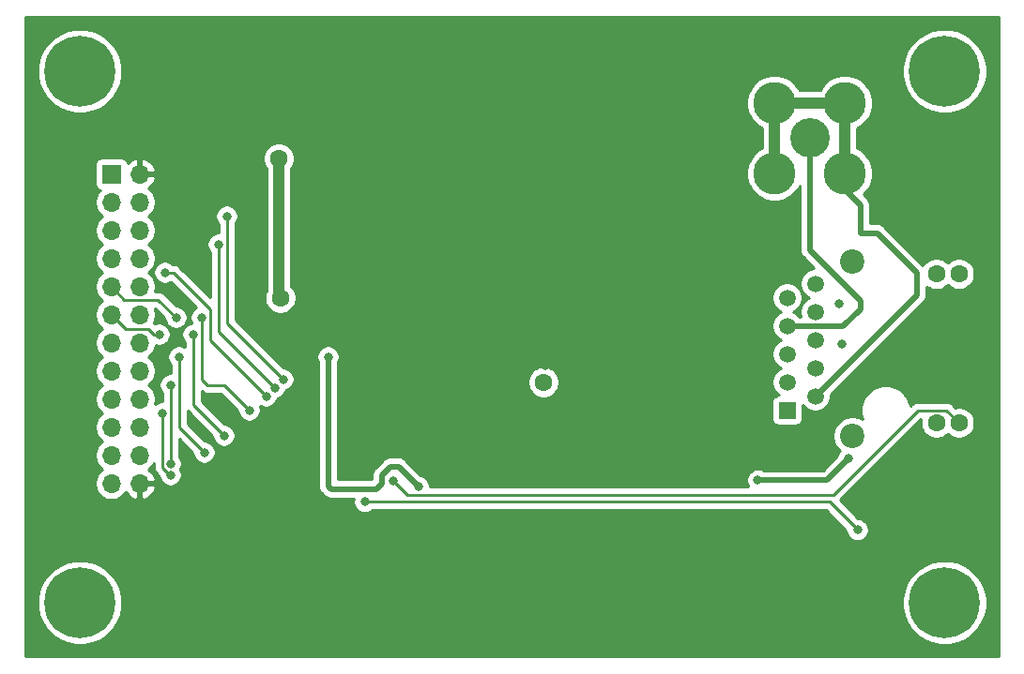
<source format=gbl>
G04 #@! TF.GenerationSoftware,KiCad,Pcbnew,(5.1.12)-1*
G04 #@! TF.CreationDate,2021-12-16T18:47:01+01:00*
G04 #@! TF.ProjectId,eth_phy_KSZ8041MLL_poe,6574685f-7068-4795-9f4b-535a38303431,rev?*
G04 #@! TF.SameCoordinates,Original*
G04 #@! TF.FileFunction,Copper,L2,Bot*
G04 #@! TF.FilePolarity,Positive*
%FSLAX46Y46*%
G04 Gerber Fmt 4.6, Leading zero omitted, Abs format (unit mm)*
G04 Created by KiCad (PCBNEW (5.1.12)-1) date 2021-12-16 18:47:01*
%MOMM*%
%LPD*%
G01*
G04 APERTURE LIST*
G04 #@! TA.AperFunction,ComponentPad*
%ADD10C,1.600000*%
G04 #@! TD*
G04 #@! TA.AperFunction,ComponentPad*
%ADD11R,1.500000X1.500000*%
G04 #@! TD*
G04 #@! TA.AperFunction,ComponentPad*
%ADD12C,1.500000*%
G04 #@! TD*
G04 #@! TA.AperFunction,ComponentPad*
%ADD13C,2.200000*%
G04 #@! TD*
G04 #@! TA.AperFunction,ComponentPad*
%ADD14R,1.700000X1.700000*%
G04 #@! TD*
G04 #@! TA.AperFunction,ComponentPad*
%ADD15O,1.700000X1.700000*%
G04 #@! TD*
G04 #@! TA.AperFunction,ComponentPad*
%ADD16C,3.810000*%
G04 #@! TD*
G04 #@! TA.AperFunction,ComponentPad*
%ADD17C,3.556000*%
G04 #@! TD*
G04 #@! TA.AperFunction,ComponentPad*
%ADD18C,0.800000*%
G04 #@! TD*
G04 #@! TA.AperFunction,ComponentPad*
%ADD19C,6.400000*%
G04 #@! TD*
G04 #@! TA.AperFunction,ViaPad*
%ADD20C,1.600000*%
G04 #@! TD*
G04 #@! TA.AperFunction,ViaPad*
%ADD21C,0.800000*%
G04 #@! TD*
G04 #@! TA.AperFunction,Conductor*
%ADD22C,1.000000*%
G04 #@! TD*
G04 #@! TA.AperFunction,Conductor*
%ADD23C,0.500000*%
G04 #@! TD*
G04 #@! TA.AperFunction,Conductor*
%ADD24C,0.250000*%
G04 #@! TD*
G04 #@! TA.AperFunction,Conductor*
%ADD25C,0.254000*%
G04 #@! TD*
G04 #@! TA.AperFunction,Conductor*
%ADD26C,0.100000*%
G04 #@! TD*
G04 APERTURE END LIST*
D10*
X191260000Y-75316000D03*
X193290000Y-75316000D03*
X191260000Y-88766000D03*
D11*
X177800000Y-87630000D03*
D12*
X177800000Y-85090000D03*
X177800000Y-82550000D03*
X177800000Y-80010000D03*
X177800000Y-77470000D03*
X180340000Y-86360000D03*
X180340000Y-83820000D03*
X180340000Y-81280000D03*
X180340000Y-78740000D03*
D13*
X183642000Y-89916000D03*
X183640000Y-74170000D03*
D10*
X193290000Y-88766000D03*
D12*
X180340000Y-76200000D03*
D14*
X116840000Y-66294000D03*
D15*
X119380000Y-66294000D03*
X116840000Y-68834000D03*
X119380000Y-68834000D03*
X116840000Y-71374000D03*
X119380000Y-71374000D03*
X116840000Y-73914000D03*
X119380000Y-73914000D03*
X116840000Y-76454000D03*
X119380000Y-76454000D03*
X116840000Y-78994000D03*
X119380000Y-78994000D03*
X116840000Y-81534000D03*
X119380000Y-81534000D03*
X116840000Y-84074000D03*
X119380000Y-84074000D03*
X116840000Y-86614000D03*
X119380000Y-86614000D03*
X116840000Y-89154000D03*
X119380000Y-89154000D03*
X116840000Y-91694000D03*
X119380000Y-91694000D03*
X116840000Y-94234000D03*
X119380000Y-94234000D03*
D16*
X176657000Y-59867800D03*
D17*
X179832000Y-63042800D03*
D16*
X183007000Y-59867800D03*
X176657000Y-66217800D03*
X183007000Y-66217800D03*
D18*
X193697056Y-55302944D03*
X192000000Y-54600000D03*
X190302944Y-55302944D03*
X189600000Y-57000000D03*
X190302944Y-58697056D03*
X192000000Y-59400000D03*
X193697056Y-58697056D03*
X194400000Y-57000000D03*
D19*
X192000000Y-57000000D03*
X114000000Y-105000000D03*
D18*
X116400000Y-105000000D03*
X115697056Y-106697056D03*
X114000000Y-107400000D03*
X112302944Y-106697056D03*
X111600000Y-105000000D03*
X112302944Y-103302944D03*
X114000000Y-102600000D03*
X115697056Y-103302944D03*
X193697056Y-103302944D03*
X192000000Y-102600000D03*
X190302944Y-103302944D03*
X189600000Y-105000000D03*
X190302944Y-106697056D03*
X192000000Y-107400000D03*
X193697056Y-106697056D03*
X194400000Y-105000000D03*
D19*
X192000000Y-105000000D03*
X114000000Y-57000000D03*
D18*
X116400000Y-57000000D03*
X115697056Y-58697056D03*
X114000000Y-59400000D03*
X112302944Y-58697056D03*
X111600000Y-57000000D03*
X112302944Y-55302944D03*
X114000000Y-54600000D03*
X115697056Y-55302944D03*
D20*
X131953000Y-64897000D03*
X132080000Y-77470000D03*
D21*
X132130800Y-82905600D03*
X137668000Y-77216000D03*
X139446000Y-77216000D03*
X138684000Y-78486000D03*
X135128000Y-86614000D03*
X137922000Y-86614000D03*
X137922000Y-88392000D03*
X135128000Y-88392000D03*
X133604000Y-70104000D03*
X136525000Y-70104000D03*
X139700000Y-70104000D03*
X133604000Y-72644000D03*
X136525000Y-72644000D03*
X139700000Y-72644000D03*
X114935000Y-77470000D03*
X140970000Y-80010000D03*
X143510000Y-80010000D03*
X146050000Y-80010000D03*
X146050000Y-82550000D03*
X146050000Y-85090000D03*
X143510000Y-85090000D03*
X140970000Y-85090000D03*
X143510000Y-82550000D03*
X140970000Y-82550000D03*
X147955000Y-86995000D03*
X147955000Y-78105000D03*
X132080000Y-80010000D03*
X129540000Y-80010000D03*
X129540000Y-78105000D03*
X154432000Y-86868000D03*
X149860000Y-92964000D03*
X152400000Y-71120000D03*
X155956000Y-83566000D03*
D20*
X172500000Y-105000000D03*
X152500000Y-105000000D03*
X137500000Y-55000000D03*
X150000000Y-55000000D03*
X162500000Y-55000000D03*
X155000000Y-62500000D03*
X162500000Y-62500000D03*
X170000000Y-62500000D03*
X170000000Y-70000000D03*
X162500000Y-92500000D03*
X172500000Y-92500000D03*
D21*
X156000000Y-76000000D03*
X159000000Y-76000000D03*
X162000000Y-76000000D03*
X165000000Y-76000000D03*
X168000000Y-76000000D03*
X171000000Y-76000000D03*
X174000000Y-76000000D03*
X169000000Y-80000000D03*
X169000000Y-82000000D03*
X172000000Y-80000000D03*
X172000000Y-82000000D03*
X174000000Y-86000000D03*
X171000000Y-86000000D03*
X168000000Y-86000000D03*
X165000000Y-86000000D03*
X163000000Y-84000000D03*
X161000000Y-83000000D03*
X189788800Y-83413600D03*
X182778400Y-81635600D03*
X194919600Y-80822800D03*
X182524400Y-77978000D03*
D20*
X140000000Y-64000000D03*
X123000000Y-55000000D03*
X112000000Y-98000000D03*
X124000000Y-106000000D03*
X158000000Y-99000000D03*
X172000000Y-99000000D03*
X155829000Y-85090000D03*
D21*
X175158400Y-93929200D03*
X183337200Y-91998800D03*
X136396700Y-82802700D03*
X144526000Y-94488000D03*
X127254000Y-70104000D03*
X132334000Y-84836000D03*
X126492000Y-72644000D03*
X131572000Y-85598000D03*
X121666000Y-75184000D03*
X130810000Y-86360000D03*
X122686653Y-79252653D03*
X124968000Y-79248000D03*
X129286000Y-87630000D03*
X121162653Y-80776653D03*
X124206000Y-80772000D03*
X127000000Y-89916000D03*
X122936000Y-82804000D03*
X125222000Y-91440000D03*
X122174000Y-85344000D03*
X122174000Y-92456000D03*
X121449000Y-87884000D03*
X122174000Y-93472000D03*
X184150000Y-98425000D03*
X139700000Y-95885000D03*
X142240000Y-93980000D03*
D22*
X131953000Y-77343000D02*
X132080000Y-77470000D01*
X131953000Y-64897000D02*
X131953000Y-77343000D01*
D23*
X181406800Y-93929200D02*
X183337200Y-91998800D01*
X175158400Y-93929200D02*
X181406800Y-93929200D01*
X136396700Y-82802700D02*
X136396700Y-94486700D01*
X136396700Y-94486700D02*
X136652000Y-94742000D01*
X140716000Y-94742000D02*
X141224000Y-94234000D01*
X136652000Y-94742000D02*
X140716000Y-94742000D01*
X141224000Y-94234000D02*
X141224000Y-93472000D01*
X141224000Y-93472000D02*
X141566001Y-93129999D01*
X141566001Y-93129999D02*
X141986000Y-92710000D01*
X142748000Y-92710000D02*
X144526000Y-94488000D01*
X141986000Y-92710000D02*
X142748000Y-92710000D01*
D24*
X127254000Y-79756000D02*
X132334000Y-84836000D01*
X127254000Y-70104000D02*
X127254000Y-79756000D01*
X126492000Y-80518000D02*
X131572000Y-85598000D01*
X126492000Y-72644000D02*
X126492000Y-80518000D01*
X125730000Y-81280000D02*
X130810000Y-86360000D01*
X125730000Y-78486000D02*
X125730000Y-81280000D01*
X122428000Y-75184000D02*
X125730000Y-78486000D01*
X121666000Y-75184000D02*
X122428000Y-75184000D01*
X118015001Y-77629001D02*
X121063001Y-77629001D01*
X116840000Y-76454000D02*
X118015001Y-77629001D01*
X121063001Y-77629001D02*
X122686653Y-79252653D01*
X124968000Y-79248000D02*
X124968000Y-84836000D01*
X124968000Y-84836000D02*
X125476000Y-85344000D01*
X125476000Y-85344000D02*
X126492000Y-85344000D01*
X127000000Y-85344000D02*
X129286000Y-87630000D01*
X126492000Y-85344000D02*
X127000000Y-85344000D01*
X116840000Y-78994000D02*
X118110000Y-80264000D01*
X118110000Y-80264000D02*
X120142000Y-80264000D01*
X120142000Y-80264000D02*
X120650000Y-80772000D01*
X120654653Y-80776653D02*
X121162653Y-80776653D01*
X120650000Y-80772000D02*
X120654653Y-80776653D01*
X124206000Y-80772000D02*
X124206000Y-87122000D01*
X124206000Y-87122000D02*
X127000000Y-89916000D01*
X122936000Y-82804000D02*
X122936000Y-89154000D01*
X122936000Y-89154000D02*
X125222000Y-91440000D01*
X122174000Y-85344000D02*
X122174000Y-92456000D01*
X122116998Y-93472000D02*
X122174000Y-93472000D01*
X121448999Y-92804001D02*
X122116998Y-93472000D01*
X121449000Y-87884000D02*
X121448999Y-92804001D01*
X184150000Y-98425000D02*
X181610000Y-95885000D01*
X181610000Y-95885000D02*
X139700000Y-95885000D01*
X189565003Y-87640999D02*
X181956002Y-95250000D01*
X192164999Y-87640999D02*
X189565003Y-87640999D01*
X193290000Y-88766000D02*
X192164999Y-87640999D01*
X143510000Y-95250000D02*
X142240000Y-93980000D01*
X181956002Y-95250000D02*
X143510000Y-95250000D01*
D23*
X179832000Y-63042800D02*
X179832000Y-73152000D01*
X179832000Y-73152000D02*
X184404000Y-77724000D01*
X184404000Y-77724000D02*
X184404000Y-78486000D01*
X177869999Y-80079999D02*
X177800000Y-80010000D01*
X182810001Y-80079999D02*
X177869999Y-80079999D01*
X184404000Y-78486000D02*
X182810001Y-80079999D01*
X184404000Y-69088000D02*
X183007000Y-67691000D01*
X184404000Y-71628000D02*
X184404000Y-69088000D01*
X183007000Y-67691000D02*
X183007000Y-66217800D01*
X185928000Y-71628000D02*
X184404000Y-71628000D01*
X189484000Y-75184000D02*
X185928000Y-71628000D01*
X189484000Y-77216000D02*
X189484000Y-75184000D01*
X180340000Y-86360000D02*
X189484000Y-77216000D01*
D22*
X176657000Y-59867800D02*
X183007000Y-59867800D01*
X176657000Y-59867800D02*
X176657000Y-66217800D01*
X183007000Y-59867800D02*
X183007000Y-66217800D01*
D25*
X196873000Y-109873000D02*
X109127000Y-109873000D01*
X109127000Y-104622285D01*
X110165000Y-104622285D01*
X110165000Y-105377715D01*
X110312377Y-106118628D01*
X110601467Y-106816554D01*
X111021161Y-107444670D01*
X111555330Y-107978839D01*
X112183446Y-108398533D01*
X112881372Y-108687623D01*
X113622285Y-108835000D01*
X114377715Y-108835000D01*
X115118628Y-108687623D01*
X115816554Y-108398533D01*
X116444670Y-107978839D01*
X116978839Y-107444670D01*
X117398533Y-106816554D01*
X117687623Y-106118628D01*
X117835000Y-105377715D01*
X117835000Y-104622285D01*
X188165000Y-104622285D01*
X188165000Y-105377715D01*
X188312377Y-106118628D01*
X188601467Y-106816554D01*
X189021161Y-107444670D01*
X189555330Y-107978839D01*
X190183446Y-108398533D01*
X190881372Y-108687623D01*
X191622285Y-108835000D01*
X192377715Y-108835000D01*
X193118628Y-108687623D01*
X193816554Y-108398533D01*
X194444670Y-107978839D01*
X194978839Y-107444670D01*
X195398533Y-106816554D01*
X195687623Y-106118628D01*
X195835000Y-105377715D01*
X195835000Y-104622285D01*
X195687623Y-103881372D01*
X195398533Y-103183446D01*
X194978839Y-102555330D01*
X194444670Y-102021161D01*
X193816554Y-101601467D01*
X193118628Y-101312377D01*
X192377715Y-101165000D01*
X191622285Y-101165000D01*
X190881372Y-101312377D01*
X190183446Y-101601467D01*
X189555330Y-102021161D01*
X189021161Y-102555330D01*
X188601467Y-103183446D01*
X188312377Y-103881372D01*
X188165000Y-104622285D01*
X117835000Y-104622285D01*
X117687623Y-103881372D01*
X117398533Y-103183446D01*
X116978839Y-102555330D01*
X116444670Y-102021161D01*
X115816554Y-101601467D01*
X115118628Y-101312377D01*
X114377715Y-101165000D01*
X113622285Y-101165000D01*
X112881372Y-101312377D01*
X112183446Y-101601467D01*
X111555330Y-102021161D01*
X111021161Y-102555330D01*
X110601467Y-103183446D01*
X110312377Y-103881372D01*
X110165000Y-104622285D01*
X109127000Y-104622285D01*
X109127000Y-65444000D01*
X115351928Y-65444000D01*
X115351928Y-67144000D01*
X115364188Y-67268482D01*
X115400498Y-67388180D01*
X115459463Y-67498494D01*
X115538815Y-67595185D01*
X115635506Y-67674537D01*
X115745820Y-67733502D01*
X115818380Y-67755513D01*
X115686525Y-67887368D01*
X115524010Y-68130589D01*
X115412068Y-68400842D01*
X115355000Y-68687740D01*
X115355000Y-68980260D01*
X115412068Y-69267158D01*
X115524010Y-69537411D01*
X115686525Y-69780632D01*
X115893368Y-69987475D01*
X116067760Y-70104000D01*
X115893368Y-70220525D01*
X115686525Y-70427368D01*
X115524010Y-70670589D01*
X115412068Y-70940842D01*
X115355000Y-71227740D01*
X115355000Y-71520260D01*
X115412068Y-71807158D01*
X115524010Y-72077411D01*
X115686525Y-72320632D01*
X115893368Y-72527475D01*
X116067760Y-72644000D01*
X115893368Y-72760525D01*
X115686525Y-72967368D01*
X115524010Y-73210589D01*
X115412068Y-73480842D01*
X115355000Y-73767740D01*
X115355000Y-74060260D01*
X115412068Y-74347158D01*
X115524010Y-74617411D01*
X115686525Y-74860632D01*
X115893368Y-75067475D01*
X116067760Y-75184000D01*
X115893368Y-75300525D01*
X115686525Y-75507368D01*
X115524010Y-75750589D01*
X115412068Y-76020842D01*
X115355000Y-76307740D01*
X115355000Y-76600260D01*
X115412068Y-76887158D01*
X115524010Y-77157411D01*
X115686525Y-77400632D01*
X115893368Y-77607475D01*
X116067760Y-77724000D01*
X115893368Y-77840525D01*
X115686525Y-78047368D01*
X115524010Y-78290589D01*
X115412068Y-78560842D01*
X115355000Y-78847740D01*
X115355000Y-79140260D01*
X115412068Y-79427158D01*
X115524010Y-79697411D01*
X115686525Y-79940632D01*
X115893368Y-80147475D01*
X116067760Y-80264000D01*
X115893368Y-80380525D01*
X115686525Y-80587368D01*
X115524010Y-80830589D01*
X115412068Y-81100842D01*
X115355000Y-81387740D01*
X115355000Y-81680260D01*
X115412068Y-81967158D01*
X115524010Y-82237411D01*
X115686525Y-82480632D01*
X115893368Y-82687475D01*
X116067760Y-82804000D01*
X115893368Y-82920525D01*
X115686525Y-83127368D01*
X115524010Y-83370589D01*
X115412068Y-83640842D01*
X115355000Y-83927740D01*
X115355000Y-84220260D01*
X115412068Y-84507158D01*
X115524010Y-84777411D01*
X115686525Y-85020632D01*
X115893368Y-85227475D01*
X116067760Y-85344000D01*
X115893368Y-85460525D01*
X115686525Y-85667368D01*
X115524010Y-85910589D01*
X115412068Y-86180842D01*
X115355000Y-86467740D01*
X115355000Y-86760260D01*
X115412068Y-87047158D01*
X115524010Y-87317411D01*
X115686525Y-87560632D01*
X115893368Y-87767475D01*
X116067760Y-87884000D01*
X115893368Y-88000525D01*
X115686525Y-88207368D01*
X115524010Y-88450589D01*
X115412068Y-88720842D01*
X115355000Y-89007740D01*
X115355000Y-89300260D01*
X115412068Y-89587158D01*
X115524010Y-89857411D01*
X115686525Y-90100632D01*
X115893368Y-90307475D01*
X116067760Y-90424000D01*
X115893368Y-90540525D01*
X115686525Y-90747368D01*
X115524010Y-90990589D01*
X115412068Y-91260842D01*
X115355000Y-91547740D01*
X115355000Y-91840260D01*
X115412068Y-92127158D01*
X115524010Y-92397411D01*
X115686525Y-92640632D01*
X115893368Y-92847475D01*
X116067760Y-92964000D01*
X115893368Y-93080525D01*
X115686525Y-93287368D01*
X115524010Y-93530589D01*
X115412068Y-93800842D01*
X115355000Y-94087740D01*
X115355000Y-94380260D01*
X115412068Y-94667158D01*
X115524010Y-94937411D01*
X115686525Y-95180632D01*
X115893368Y-95387475D01*
X116136589Y-95549990D01*
X116406842Y-95661932D01*
X116693740Y-95719000D01*
X116986260Y-95719000D01*
X117273158Y-95661932D01*
X117543411Y-95549990D01*
X117786632Y-95387475D01*
X117993475Y-95180632D01*
X118111100Y-95004594D01*
X118282412Y-95234269D01*
X118498645Y-95429178D01*
X118748748Y-95578157D01*
X119023109Y-95675481D01*
X119253000Y-95554814D01*
X119253000Y-94361000D01*
X119507000Y-94361000D01*
X119507000Y-95554814D01*
X119736891Y-95675481D01*
X120011252Y-95578157D01*
X120261355Y-95429178D01*
X120477588Y-95234269D01*
X120651641Y-95000920D01*
X120776825Y-94738099D01*
X120821476Y-94590890D01*
X120700155Y-94361000D01*
X119507000Y-94361000D01*
X119253000Y-94361000D01*
X119233000Y-94361000D01*
X119233000Y-94107000D01*
X119253000Y-94107000D01*
X119253000Y-94087000D01*
X119507000Y-94087000D01*
X119507000Y-94107000D01*
X120700155Y-94107000D01*
X120821476Y-93877110D01*
X120776825Y-93729901D01*
X120651641Y-93467080D01*
X120477588Y-93233731D01*
X120261355Y-93038822D01*
X120144466Y-92969195D01*
X120326632Y-92847475D01*
X120533475Y-92640632D01*
X120688999Y-92407874D01*
X120688999Y-92766678D01*
X120685323Y-92804001D01*
X120688999Y-92841323D01*
X120688999Y-92841333D01*
X120699996Y-92952986D01*
X120743453Y-93096247D01*
X120814025Y-93228277D01*
X120877028Y-93305046D01*
X120908998Y-93344001D01*
X120937996Y-93367799D01*
X121139000Y-93568803D01*
X121139000Y-93573939D01*
X121178774Y-93773898D01*
X121256795Y-93962256D01*
X121370063Y-94131774D01*
X121514226Y-94275937D01*
X121683744Y-94389205D01*
X121872102Y-94467226D01*
X122072061Y-94507000D01*
X122275939Y-94507000D01*
X122475898Y-94467226D01*
X122664256Y-94389205D01*
X122833774Y-94275937D01*
X122977937Y-94131774D01*
X123091205Y-93962256D01*
X123169226Y-93773898D01*
X123209000Y-93573939D01*
X123209000Y-93370061D01*
X123169226Y-93170102D01*
X123091205Y-92981744D01*
X123079349Y-92964000D01*
X123091205Y-92946256D01*
X123169226Y-92757898D01*
X123209000Y-92557939D01*
X123209000Y-92354061D01*
X123169226Y-92154102D01*
X123091205Y-91965744D01*
X122977937Y-91796226D01*
X122934000Y-91752289D01*
X122934000Y-90226801D01*
X124187000Y-91479802D01*
X124187000Y-91541939D01*
X124226774Y-91741898D01*
X124304795Y-91930256D01*
X124418063Y-92099774D01*
X124562226Y-92243937D01*
X124731744Y-92357205D01*
X124920102Y-92435226D01*
X125120061Y-92475000D01*
X125323939Y-92475000D01*
X125523898Y-92435226D01*
X125712256Y-92357205D01*
X125881774Y-92243937D01*
X126025937Y-92099774D01*
X126139205Y-91930256D01*
X126217226Y-91741898D01*
X126257000Y-91541939D01*
X126257000Y-91338061D01*
X126217226Y-91138102D01*
X126139205Y-90949744D01*
X126025937Y-90780226D01*
X125881774Y-90636063D01*
X125712256Y-90522795D01*
X125523898Y-90444774D01*
X125323939Y-90405000D01*
X125261802Y-90405000D01*
X123696000Y-88839199D01*
X123696000Y-87686801D01*
X125965000Y-89955802D01*
X125965000Y-90017939D01*
X126004774Y-90217898D01*
X126082795Y-90406256D01*
X126196063Y-90575774D01*
X126340226Y-90719937D01*
X126509744Y-90833205D01*
X126698102Y-90911226D01*
X126898061Y-90951000D01*
X127101939Y-90951000D01*
X127301898Y-90911226D01*
X127490256Y-90833205D01*
X127659774Y-90719937D01*
X127803937Y-90575774D01*
X127917205Y-90406256D01*
X127995226Y-90217898D01*
X128035000Y-90017939D01*
X128035000Y-89814061D01*
X127995226Y-89614102D01*
X127917205Y-89425744D01*
X127803937Y-89256226D01*
X127659774Y-89112063D01*
X127490256Y-88998795D01*
X127301898Y-88920774D01*
X127101939Y-88881000D01*
X127039802Y-88881000D01*
X124966000Y-86807199D01*
X124966000Y-85908622D01*
X125051724Y-85978974D01*
X125183753Y-86049546D01*
X125327014Y-86093003D01*
X125438667Y-86104000D01*
X125438676Y-86104000D01*
X125475999Y-86107676D01*
X125513322Y-86104000D01*
X126685199Y-86104000D01*
X128251000Y-87669802D01*
X128251000Y-87731939D01*
X128290774Y-87931898D01*
X128368795Y-88120256D01*
X128482063Y-88289774D01*
X128626226Y-88433937D01*
X128795744Y-88547205D01*
X128984102Y-88625226D01*
X129184061Y-88665000D01*
X129387939Y-88665000D01*
X129587898Y-88625226D01*
X129776256Y-88547205D01*
X129945774Y-88433937D01*
X130089937Y-88289774D01*
X130203205Y-88120256D01*
X130281226Y-87931898D01*
X130321000Y-87731939D01*
X130321000Y-87528061D01*
X130281226Y-87328102D01*
X130237335Y-87222141D01*
X130319744Y-87277205D01*
X130508102Y-87355226D01*
X130708061Y-87395000D01*
X130911939Y-87395000D01*
X131111898Y-87355226D01*
X131300256Y-87277205D01*
X131469774Y-87163937D01*
X131613937Y-87019774D01*
X131727205Y-86850256D01*
X131805226Y-86661898D01*
X131816619Y-86604619D01*
X131873898Y-86593226D01*
X132062256Y-86515205D01*
X132231774Y-86401937D01*
X132375937Y-86257774D01*
X132489205Y-86088256D01*
X132567226Y-85899898D01*
X132578619Y-85842619D01*
X132635898Y-85831226D01*
X132824256Y-85753205D01*
X132993774Y-85639937D01*
X133137937Y-85495774D01*
X133251205Y-85326256D01*
X133329226Y-85137898D01*
X133369000Y-84937939D01*
X133369000Y-84734061D01*
X133329226Y-84534102D01*
X133251205Y-84345744D01*
X133137937Y-84176226D01*
X132993774Y-84032063D01*
X132824256Y-83918795D01*
X132635898Y-83840774D01*
X132435939Y-83801000D01*
X132373802Y-83801000D01*
X131273563Y-82700761D01*
X135361700Y-82700761D01*
X135361700Y-82904639D01*
X135401474Y-83104598D01*
X135479495Y-83292956D01*
X135511700Y-83341154D01*
X135511701Y-94443221D01*
X135507419Y-94486700D01*
X135524505Y-94660190D01*
X135575112Y-94827013D01*
X135657290Y-94980759D01*
X135740168Y-95081746D01*
X135740171Y-95081749D01*
X135767884Y-95115517D01*
X135801652Y-95143230D01*
X135995466Y-95337044D01*
X136023183Y-95370817D01*
X136157941Y-95481411D01*
X136311687Y-95563589D01*
X136478510Y-95614195D01*
X136608523Y-95627000D01*
X136608531Y-95627000D01*
X136652000Y-95631281D01*
X136695469Y-95627000D01*
X138696042Y-95627000D01*
X138665000Y-95783061D01*
X138665000Y-95986939D01*
X138704774Y-96186898D01*
X138782795Y-96375256D01*
X138896063Y-96544774D01*
X139040226Y-96688937D01*
X139209744Y-96802205D01*
X139398102Y-96880226D01*
X139598061Y-96920000D01*
X139801939Y-96920000D01*
X140001898Y-96880226D01*
X140190256Y-96802205D01*
X140359774Y-96688937D01*
X140403711Y-96645000D01*
X181295199Y-96645000D01*
X183115000Y-98464803D01*
X183115000Y-98526939D01*
X183154774Y-98726898D01*
X183232795Y-98915256D01*
X183346063Y-99084774D01*
X183490226Y-99228937D01*
X183659744Y-99342205D01*
X183848102Y-99420226D01*
X184048061Y-99460000D01*
X184251939Y-99460000D01*
X184451898Y-99420226D01*
X184640256Y-99342205D01*
X184809774Y-99228937D01*
X184953937Y-99084774D01*
X185067205Y-98915256D01*
X185145226Y-98726898D01*
X185185000Y-98526939D01*
X185185000Y-98323061D01*
X185145226Y-98123102D01*
X185067205Y-97934744D01*
X184953937Y-97765226D01*
X184809774Y-97621063D01*
X184640256Y-97507795D01*
X184451898Y-97429774D01*
X184251939Y-97390000D01*
X184189803Y-97390000D01*
X182540302Y-95740501D01*
X189866929Y-88413876D01*
X189825000Y-88624665D01*
X189825000Y-88907335D01*
X189880147Y-89184574D01*
X189988320Y-89445727D01*
X190145363Y-89680759D01*
X190345241Y-89880637D01*
X190580273Y-90037680D01*
X190841426Y-90145853D01*
X191118665Y-90201000D01*
X191401335Y-90201000D01*
X191678574Y-90145853D01*
X191939727Y-90037680D01*
X192174759Y-89880637D01*
X192275000Y-89780396D01*
X192375241Y-89880637D01*
X192610273Y-90037680D01*
X192871426Y-90145853D01*
X193148665Y-90201000D01*
X193431335Y-90201000D01*
X193708574Y-90145853D01*
X193969727Y-90037680D01*
X194204759Y-89880637D01*
X194404637Y-89680759D01*
X194561680Y-89445727D01*
X194669853Y-89184574D01*
X194725000Y-88907335D01*
X194725000Y-88624665D01*
X194669853Y-88347426D01*
X194561680Y-88086273D01*
X194404637Y-87851241D01*
X194204759Y-87651363D01*
X193969727Y-87494320D01*
X193708574Y-87386147D01*
X193431335Y-87331000D01*
X193148665Y-87331000D01*
X192966113Y-87367312D01*
X192728803Y-87130001D01*
X192705000Y-87100998D01*
X192589275Y-87006025D01*
X192457246Y-86935453D01*
X192313985Y-86891996D01*
X192202332Y-86880999D01*
X192202321Y-86880999D01*
X192164999Y-86877323D01*
X192127677Y-86880999D01*
X189602325Y-86880999D01*
X189565002Y-86877323D01*
X189527679Y-86880999D01*
X189527670Y-86880999D01*
X189416017Y-86891996D01*
X189272756Y-86935453D01*
X189140727Y-87006025D01*
X189140725Y-87006026D01*
X189140726Y-87006026D01*
X189053999Y-87077200D01*
X189053995Y-87077204D01*
X189025002Y-87100998D01*
X189001208Y-87129991D01*
X188912469Y-87218730D01*
X188863149Y-86970782D01*
X188692786Y-86559489D01*
X188445456Y-86189334D01*
X188130666Y-85874544D01*
X187760511Y-85627214D01*
X187349218Y-85456851D01*
X186912591Y-85370000D01*
X186467409Y-85370000D01*
X186030782Y-85456851D01*
X185619489Y-85627214D01*
X185249334Y-85874544D01*
X184934544Y-86189334D01*
X184687214Y-86559489D01*
X184516851Y-86970782D01*
X184430000Y-87407409D01*
X184430000Y-87852591D01*
X184516851Y-88289218D01*
X184588254Y-88461599D01*
X184463831Y-88378463D01*
X184148081Y-88247675D01*
X183812883Y-88181000D01*
X183471117Y-88181000D01*
X183135919Y-88247675D01*
X182820169Y-88378463D01*
X182536002Y-88568337D01*
X182294337Y-88810002D01*
X182104463Y-89094169D01*
X181973675Y-89409919D01*
X181907000Y-89745117D01*
X181907000Y-90086883D01*
X181973675Y-90422081D01*
X182104463Y-90737831D01*
X182294337Y-91021998D01*
X182536002Y-91263663D01*
X182579537Y-91292752D01*
X182533263Y-91339026D01*
X182419995Y-91508544D01*
X182341974Y-91696902D01*
X182330665Y-91753756D01*
X181040222Y-93044200D01*
X175696854Y-93044200D01*
X175648656Y-93011995D01*
X175460298Y-92933974D01*
X175260339Y-92894200D01*
X175056461Y-92894200D01*
X174856502Y-92933974D01*
X174668144Y-93011995D01*
X174498626Y-93125263D01*
X174354463Y-93269426D01*
X174241195Y-93438944D01*
X174163174Y-93627302D01*
X174123400Y-93827261D01*
X174123400Y-94031139D01*
X174163174Y-94231098D01*
X174241195Y-94419456D01*
X174288331Y-94490000D01*
X145561000Y-94490000D01*
X145561000Y-94386061D01*
X145521226Y-94186102D01*
X145443205Y-93997744D01*
X145329937Y-93828226D01*
X145185774Y-93684063D01*
X145016256Y-93570795D01*
X144827898Y-93492774D01*
X144771044Y-93481465D01*
X143404534Y-92114956D01*
X143376817Y-92081183D01*
X143242059Y-91970589D01*
X143088313Y-91888411D01*
X142921490Y-91837805D01*
X142791477Y-91825000D01*
X142791469Y-91825000D01*
X142748000Y-91820719D01*
X142704531Y-91825000D01*
X142029465Y-91825000D01*
X141985999Y-91820719D01*
X141942533Y-91825000D01*
X141942523Y-91825000D01*
X141812510Y-91837805D01*
X141645687Y-91888411D01*
X141491941Y-91970589D01*
X141357183Y-92081183D01*
X141329466Y-92114956D01*
X140628952Y-92815470D01*
X140595184Y-92843183D01*
X140567471Y-92876951D01*
X140567468Y-92876954D01*
X140522294Y-92931999D01*
X140484590Y-92977941D01*
X140402412Y-93131687D01*
X140351805Y-93298510D01*
X140339000Y-93428523D01*
X140339000Y-93428531D01*
X140334719Y-93472000D01*
X140339000Y-93515469D01*
X140339000Y-93857000D01*
X137281700Y-93857000D01*
X137281700Y-84948665D01*
X154394000Y-84948665D01*
X154394000Y-85231335D01*
X154449147Y-85508574D01*
X154557320Y-85769727D01*
X154714363Y-86004759D01*
X154914241Y-86204637D01*
X155149273Y-86361680D01*
X155410426Y-86469853D01*
X155687665Y-86525000D01*
X155970335Y-86525000D01*
X156247574Y-86469853D01*
X156508727Y-86361680D01*
X156743759Y-86204637D01*
X156943637Y-86004759D01*
X157100680Y-85769727D01*
X157208853Y-85508574D01*
X157264000Y-85231335D01*
X157264000Y-84948665D01*
X157208853Y-84671426D01*
X157100680Y-84410273D01*
X156943637Y-84175241D01*
X156743759Y-83975363D01*
X156508727Y-83818320D01*
X156247574Y-83710147D01*
X155970335Y-83655000D01*
X155687665Y-83655000D01*
X155410426Y-83710147D01*
X155149273Y-83818320D01*
X154914241Y-83975363D01*
X154714363Y-84175241D01*
X154557320Y-84410273D01*
X154449147Y-84671426D01*
X154394000Y-84948665D01*
X137281700Y-84948665D01*
X137281700Y-83341154D01*
X137313905Y-83292956D01*
X137391926Y-83104598D01*
X137431700Y-82904639D01*
X137431700Y-82700761D01*
X137391926Y-82500802D01*
X137313905Y-82312444D01*
X137200637Y-82142926D01*
X137056474Y-81998763D01*
X136886956Y-81885495D01*
X136698598Y-81807474D01*
X136498639Y-81767700D01*
X136294761Y-81767700D01*
X136094802Y-81807474D01*
X135906444Y-81885495D01*
X135736926Y-81998763D01*
X135592763Y-82142926D01*
X135479495Y-82312444D01*
X135401474Y-82500802D01*
X135361700Y-82700761D01*
X131273563Y-82700761D01*
X128014000Y-79441199D01*
X128014000Y-70807711D01*
X128057937Y-70763774D01*
X128171205Y-70594256D01*
X128249226Y-70405898D01*
X128289000Y-70205939D01*
X128289000Y-70002061D01*
X128249226Y-69802102D01*
X128171205Y-69613744D01*
X128057937Y-69444226D01*
X127913774Y-69300063D01*
X127744256Y-69186795D01*
X127555898Y-69108774D01*
X127355939Y-69069000D01*
X127152061Y-69069000D01*
X126952102Y-69108774D01*
X126763744Y-69186795D01*
X126594226Y-69300063D01*
X126450063Y-69444226D01*
X126336795Y-69613744D01*
X126258774Y-69802102D01*
X126219000Y-70002061D01*
X126219000Y-70205939D01*
X126258774Y-70405898D01*
X126336795Y-70594256D01*
X126450063Y-70763774D01*
X126494000Y-70807711D01*
X126494000Y-71609000D01*
X126390061Y-71609000D01*
X126190102Y-71648774D01*
X126001744Y-71726795D01*
X125832226Y-71840063D01*
X125688063Y-71984226D01*
X125574795Y-72153744D01*
X125496774Y-72342102D01*
X125457000Y-72542061D01*
X125457000Y-72745939D01*
X125496774Y-72945898D01*
X125574795Y-73134256D01*
X125688063Y-73303774D01*
X125732000Y-73347711D01*
X125732001Y-77413199D01*
X122991804Y-74673003D01*
X122968001Y-74643999D01*
X122852276Y-74549026D01*
X122720247Y-74478454D01*
X122576986Y-74434997D01*
X122465333Y-74424000D01*
X122465322Y-74424000D01*
X122428000Y-74420324D01*
X122390678Y-74424000D01*
X122369711Y-74424000D01*
X122325774Y-74380063D01*
X122156256Y-74266795D01*
X121967898Y-74188774D01*
X121767939Y-74149000D01*
X121564061Y-74149000D01*
X121364102Y-74188774D01*
X121175744Y-74266795D01*
X121006226Y-74380063D01*
X120862063Y-74524226D01*
X120748795Y-74693744D01*
X120670774Y-74882102D01*
X120631000Y-75082061D01*
X120631000Y-75285939D01*
X120670774Y-75485898D01*
X120748795Y-75674256D01*
X120862063Y-75843774D01*
X121006226Y-75987937D01*
X121175744Y-76101205D01*
X121364102Y-76179226D01*
X121564061Y-76219000D01*
X121767939Y-76219000D01*
X121967898Y-76179226D01*
X122156256Y-76101205D01*
X122224683Y-76055484D01*
X124493477Y-78324278D01*
X124477744Y-78330795D01*
X124308226Y-78444063D01*
X124164063Y-78588226D01*
X124050795Y-78757744D01*
X123972774Y-78946102D01*
X123933000Y-79146061D01*
X123933000Y-79349939D01*
X123972774Y-79549898D01*
X124050795Y-79738256D01*
X124056303Y-79746500D01*
X123904102Y-79776774D01*
X123715744Y-79854795D01*
X123546226Y-79968063D01*
X123402063Y-80112226D01*
X123288795Y-80281744D01*
X123210774Y-80470102D01*
X123171000Y-80670061D01*
X123171000Y-80873939D01*
X123210774Y-81073898D01*
X123288795Y-81262256D01*
X123402063Y-81431774D01*
X123446000Y-81475711D01*
X123446000Y-81899988D01*
X123426256Y-81886795D01*
X123237898Y-81808774D01*
X123037939Y-81769000D01*
X122834061Y-81769000D01*
X122634102Y-81808774D01*
X122445744Y-81886795D01*
X122276226Y-82000063D01*
X122132063Y-82144226D01*
X122018795Y-82313744D01*
X121940774Y-82502102D01*
X121901000Y-82702061D01*
X121901000Y-82905939D01*
X121940774Y-83105898D01*
X122018795Y-83294256D01*
X122132063Y-83463774D01*
X122176000Y-83507711D01*
X122176000Y-84309000D01*
X122072061Y-84309000D01*
X121872102Y-84348774D01*
X121683744Y-84426795D01*
X121514226Y-84540063D01*
X121370063Y-84684226D01*
X121256795Y-84853744D01*
X121178774Y-85042102D01*
X121139000Y-85242061D01*
X121139000Y-85445939D01*
X121178774Y-85645898D01*
X121256795Y-85834256D01*
X121370063Y-86003774D01*
X121414000Y-86047711D01*
X121414000Y-86849000D01*
X121347061Y-86849000D01*
X121147102Y-86888774D01*
X120958744Y-86966795D01*
X120796245Y-87075373D01*
X120807932Y-87047158D01*
X120865000Y-86760260D01*
X120865000Y-86467740D01*
X120807932Y-86180842D01*
X120695990Y-85910589D01*
X120533475Y-85667368D01*
X120326632Y-85460525D01*
X120152240Y-85344000D01*
X120326632Y-85227475D01*
X120533475Y-85020632D01*
X120695990Y-84777411D01*
X120807932Y-84507158D01*
X120865000Y-84220260D01*
X120865000Y-83927740D01*
X120807932Y-83640842D01*
X120695990Y-83370589D01*
X120533475Y-83127368D01*
X120326632Y-82920525D01*
X120152240Y-82804000D01*
X120326632Y-82687475D01*
X120533475Y-82480632D01*
X120695990Y-82237411D01*
X120807932Y-81967158D01*
X120847840Y-81766529D01*
X120860755Y-81771879D01*
X121060714Y-81811653D01*
X121264592Y-81811653D01*
X121464551Y-81771879D01*
X121652909Y-81693858D01*
X121822427Y-81580590D01*
X121966590Y-81436427D01*
X122079858Y-81266909D01*
X122157879Y-81078551D01*
X122197653Y-80878592D01*
X122197653Y-80674714D01*
X122157879Y-80474755D01*
X122079858Y-80286397D01*
X121966590Y-80116879D01*
X121822427Y-79972716D01*
X121652909Y-79859448D01*
X121464551Y-79781427D01*
X121264592Y-79741653D01*
X121060714Y-79741653D01*
X120860755Y-79781427D01*
X120771287Y-79818486D01*
X120705803Y-79753002D01*
X120682001Y-79723999D01*
X120679562Y-79721997D01*
X120695990Y-79697411D01*
X120807932Y-79427158D01*
X120865000Y-79140260D01*
X120865000Y-78847740D01*
X120807932Y-78560842D01*
X120736753Y-78389001D01*
X120748200Y-78389001D01*
X121651653Y-79292455D01*
X121651653Y-79354592D01*
X121691427Y-79554551D01*
X121769448Y-79742909D01*
X121882716Y-79912427D01*
X122026879Y-80056590D01*
X122196397Y-80169858D01*
X122384755Y-80247879D01*
X122584714Y-80287653D01*
X122788592Y-80287653D01*
X122988551Y-80247879D01*
X123176909Y-80169858D01*
X123346427Y-80056590D01*
X123490590Y-79912427D01*
X123603858Y-79742909D01*
X123681879Y-79554551D01*
X123721653Y-79354592D01*
X123721653Y-79150714D01*
X123681879Y-78950755D01*
X123603858Y-78762397D01*
X123490590Y-78592879D01*
X123346427Y-78448716D01*
X123176909Y-78335448D01*
X122988551Y-78257427D01*
X122788592Y-78217653D01*
X122726455Y-78217653D01*
X121626805Y-77118004D01*
X121603002Y-77089000D01*
X121487277Y-76994027D01*
X121355248Y-76923455D01*
X121211987Y-76879998D01*
X121100334Y-76869001D01*
X121100323Y-76869001D01*
X121063001Y-76865325D01*
X121025679Y-76869001D01*
X120811544Y-76869001D01*
X120865000Y-76600260D01*
X120865000Y-76307740D01*
X120807932Y-76020842D01*
X120695990Y-75750589D01*
X120533475Y-75507368D01*
X120326632Y-75300525D01*
X120152240Y-75184000D01*
X120326632Y-75067475D01*
X120533475Y-74860632D01*
X120695990Y-74617411D01*
X120807932Y-74347158D01*
X120865000Y-74060260D01*
X120865000Y-73767740D01*
X120807932Y-73480842D01*
X120695990Y-73210589D01*
X120533475Y-72967368D01*
X120326632Y-72760525D01*
X120152240Y-72644000D01*
X120326632Y-72527475D01*
X120533475Y-72320632D01*
X120695990Y-72077411D01*
X120807932Y-71807158D01*
X120865000Y-71520260D01*
X120865000Y-71227740D01*
X120807932Y-70940842D01*
X120695990Y-70670589D01*
X120533475Y-70427368D01*
X120326632Y-70220525D01*
X120152240Y-70104000D01*
X120326632Y-69987475D01*
X120533475Y-69780632D01*
X120695990Y-69537411D01*
X120807932Y-69267158D01*
X120865000Y-68980260D01*
X120865000Y-68687740D01*
X120807932Y-68400842D01*
X120695990Y-68130589D01*
X120533475Y-67887368D01*
X120326632Y-67680525D01*
X120144466Y-67558805D01*
X120261355Y-67489178D01*
X120477588Y-67294269D01*
X120651641Y-67060920D01*
X120776825Y-66798099D01*
X120821476Y-66650890D01*
X120700155Y-66421000D01*
X119507000Y-66421000D01*
X119507000Y-66441000D01*
X119253000Y-66441000D01*
X119253000Y-66421000D01*
X119233000Y-66421000D01*
X119233000Y-66167000D01*
X119253000Y-66167000D01*
X119253000Y-64973186D01*
X119507000Y-64973186D01*
X119507000Y-66167000D01*
X120700155Y-66167000D01*
X120821476Y-65937110D01*
X120776825Y-65789901D01*
X120651641Y-65527080D01*
X120477588Y-65293731D01*
X120261355Y-65098822D01*
X120011252Y-64949843D01*
X119736891Y-64852519D01*
X119507000Y-64973186D01*
X119253000Y-64973186D01*
X119023109Y-64852519D01*
X118748748Y-64949843D01*
X118498645Y-65098822D01*
X118302498Y-65275626D01*
X118279502Y-65199820D01*
X118220537Y-65089506D01*
X118141185Y-64992815D01*
X118044494Y-64913463D01*
X117934180Y-64854498D01*
X117814482Y-64818188D01*
X117690000Y-64805928D01*
X115990000Y-64805928D01*
X115865518Y-64818188D01*
X115745820Y-64854498D01*
X115635506Y-64913463D01*
X115538815Y-64992815D01*
X115459463Y-65089506D01*
X115400498Y-65199820D01*
X115364188Y-65319518D01*
X115351928Y-65444000D01*
X109127000Y-65444000D01*
X109127000Y-64755665D01*
X130518000Y-64755665D01*
X130518000Y-65038335D01*
X130573147Y-65315574D01*
X130681320Y-65576727D01*
X130818000Y-65781284D01*
X130818001Y-76775784D01*
X130808320Y-76790273D01*
X130700147Y-77051426D01*
X130645000Y-77328665D01*
X130645000Y-77611335D01*
X130700147Y-77888574D01*
X130808320Y-78149727D01*
X130965363Y-78384759D01*
X131165241Y-78584637D01*
X131400273Y-78741680D01*
X131661426Y-78849853D01*
X131938665Y-78905000D01*
X132221335Y-78905000D01*
X132498574Y-78849853D01*
X132759727Y-78741680D01*
X132994759Y-78584637D01*
X133194637Y-78384759D01*
X133351680Y-78149727D01*
X133459853Y-77888574D01*
X133515000Y-77611335D01*
X133515000Y-77328665D01*
X133459853Y-77051426D01*
X133351680Y-76790273D01*
X133194637Y-76555241D01*
X133088000Y-76448604D01*
X133088000Y-65781284D01*
X133224680Y-65576727D01*
X133332853Y-65315574D01*
X133388000Y-65038335D01*
X133388000Y-64755665D01*
X133332853Y-64478426D01*
X133224680Y-64217273D01*
X133067637Y-63982241D01*
X132867759Y-63782363D01*
X132632727Y-63625320D01*
X132371574Y-63517147D01*
X132094335Y-63462000D01*
X131811665Y-63462000D01*
X131534426Y-63517147D01*
X131273273Y-63625320D01*
X131038241Y-63782363D01*
X130838363Y-63982241D01*
X130681320Y-64217273D01*
X130573147Y-64478426D01*
X130518000Y-64755665D01*
X109127000Y-64755665D01*
X109127000Y-56622285D01*
X110165000Y-56622285D01*
X110165000Y-57377715D01*
X110312377Y-58118628D01*
X110601467Y-58816554D01*
X111021161Y-59444670D01*
X111555330Y-59978839D01*
X112183446Y-60398533D01*
X112881372Y-60687623D01*
X113622285Y-60835000D01*
X114377715Y-60835000D01*
X115118628Y-60687623D01*
X115816554Y-60398533D01*
X116444670Y-59978839D01*
X116805877Y-59617632D01*
X174117000Y-59617632D01*
X174117000Y-60117968D01*
X174214611Y-60608691D01*
X174406081Y-61070941D01*
X174684053Y-61486956D01*
X175037844Y-61840747D01*
X175453859Y-62118719D01*
X175522000Y-62146944D01*
X175522001Y-63938656D01*
X175453859Y-63966881D01*
X175037844Y-64244853D01*
X174684053Y-64598644D01*
X174406081Y-65014659D01*
X174214611Y-65476909D01*
X174117000Y-65967632D01*
X174117000Y-66467968D01*
X174214611Y-66958691D01*
X174406081Y-67420941D01*
X174684053Y-67836956D01*
X175037844Y-68190747D01*
X175453859Y-68468719D01*
X175916109Y-68660189D01*
X176406832Y-68757800D01*
X176907168Y-68757800D01*
X177397891Y-68660189D01*
X177860141Y-68468719D01*
X178276156Y-68190747D01*
X178629947Y-67836956D01*
X178907919Y-67420941D01*
X178947000Y-67326591D01*
X178947001Y-73108521D01*
X178942719Y-73152000D01*
X178959805Y-73325490D01*
X179010412Y-73492313D01*
X179092590Y-73646059D01*
X179175468Y-73747046D01*
X179175471Y-73747049D01*
X179203184Y-73780817D01*
X179236952Y-73808530D01*
X180243422Y-74815000D01*
X180203589Y-74815000D01*
X179936011Y-74868225D01*
X179683957Y-74972629D01*
X179457114Y-75124201D01*
X179264201Y-75317114D01*
X179112629Y-75543957D01*
X179008225Y-75796011D01*
X178955000Y-76063589D01*
X178955000Y-76336411D01*
X179008225Y-76603989D01*
X179112629Y-76856043D01*
X179264201Y-77082886D01*
X179457114Y-77275799D01*
X179683957Y-77427371D01*
X179786873Y-77470000D01*
X179683957Y-77512629D01*
X179457114Y-77664201D01*
X179264201Y-77857114D01*
X179112629Y-78083957D01*
X179008225Y-78336011D01*
X178955000Y-78603589D01*
X178955000Y-78876411D01*
X179008225Y-79143989D01*
X179029354Y-79194999D01*
X178921158Y-79194999D01*
X178875799Y-79127114D01*
X178682886Y-78934201D01*
X178456043Y-78782629D01*
X178353127Y-78740000D01*
X178456043Y-78697371D01*
X178682886Y-78545799D01*
X178875799Y-78352886D01*
X179027371Y-78126043D01*
X179131775Y-77873989D01*
X179185000Y-77606411D01*
X179185000Y-77333589D01*
X179131775Y-77066011D01*
X179027371Y-76813957D01*
X178875799Y-76587114D01*
X178682886Y-76394201D01*
X178456043Y-76242629D01*
X178203989Y-76138225D01*
X177936411Y-76085000D01*
X177663589Y-76085000D01*
X177396011Y-76138225D01*
X177143957Y-76242629D01*
X176917114Y-76394201D01*
X176724201Y-76587114D01*
X176572629Y-76813957D01*
X176468225Y-77066011D01*
X176415000Y-77333589D01*
X176415000Y-77606411D01*
X176468225Y-77873989D01*
X176572629Y-78126043D01*
X176724201Y-78352886D01*
X176917114Y-78545799D01*
X177143957Y-78697371D01*
X177246873Y-78740000D01*
X177143957Y-78782629D01*
X176917114Y-78934201D01*
X176724201Y-79127114D01*
X176572629Y-79353957D01*
X176468225Y-79606011D01*
X176415000Y-79873589D01*
X176415000Y-80146411D01*
X176468225Y-80413989D01*
X176572629Y-80666043D01*
X176724201Y-80892886D01*
X176917114Y-81085799D01*
X177143957Y-81237371D01*
X177246873Y-81280000D01*
X177143957Y-81322629D01*
X176917114Y-81474201D01*
X176724201Y-81667114D01*
X176572629Y-81893957D01*
X176468225Y-82146011D01*
X176415000Y-82413589D01*
X176415000Y-82686411D01*
X176468225Y-82953989D01*
X176572629Y-83206043D01*
X176724201Y-83432886D01*
X176917114Y-83625799D01*
X177143957Y-83777371D01*
X177246873Y-83820000D01*
X177143957Y-83862629D01*
X176917114Y-84014201D01*
X176724201Y-84207114D01*
X176572629Y-84433957D01*
X176468225Y-84686011D01*
X176415000Y-84953589D01*
X176415000Y-85226411D01*
X176468225Y-85493989D01*
X176572629Y-85746043D01*
X176724201Y-85972886D01*
X176917114Y-86165799D01*
X177033483Y-86243555D01*
X176925518Y-86254188D01*
X176805820Y-86290498D01*
X176695506Y-86349463D01*
X176598815Y-86428815D01*
X176519463Y-86525506D01*
X176460498Y-86635820D01*
X176424188Y-86755518D01*
X176411928Y-86880000D01*
X176411928Y-88380000D01*
X176424188Y-88504482D01*
X176460498Y-88624180D01*
X176519463Y-88734494D01*
X176598815Y-88831185D01*
X176695506Y-88910537D01*
X176805820Y-88969502D01*
X176925518Y-89005812D01*
X177050000Y-89018072D01*
X178550000Y-89018072D01*
X178674482Y-89005812D01*
X178794180Y-88969502D01*
X178904494Y-88910537D01*
X179001185Y-88831185D01*
X179080537Y-88734494D01*
X179139502Y-88624180D01*
X179175812Y-88504482D01*
X179188072Y-88380000D01*
X179188072Y-87128951D01*
X179264201Y-87242886D01*
X179457114Y-87435799D01*
X179683957Y-87587371D01*
X179936011Y-87691775D01*
X180203589Y-87745000D01*
X180476411Y-87745000D01*
X180743989Y-87691775D01*
X180996043Y-87587371D01*
X181222886Y-87435799D01*
X181415799Y-87242886D01*
X181567371Y-87016043D01*
X181671775Y-86763989D01*
X181725000Y-86496411D01*
X181725000Y-86226578D01*
X190079051Y-77872528D01*
X190112817Y-77844817D01*
X190166466Y-77779447D01*
X190223411Y-77710059D01*
X190240541Y-77678010D01*
X190305589Y-77556313D01*
X190356195Y-77389490D01*
X190369000Y-77259477D01*
X190369000Y-77259469D01*
X190373281Y-77216000D01*
X190369000Y-77172531D01*
X190369000Y-76446512D01*
X190580273Y-76587680D01*
X190841426Y-76695853D01*
X191118665Y-76751000D01*
X191401335Y-76751000D01*
X191678574Y-76695853D01*
X191939727Y-76587680D01*
X192174759Y-76430637D01*
X192275000Y-76330396D01*
X192375241Y-76430637D01*
X192610273Y-76587680D01*
X192871426Y-76695853D01*
X193148665Y-76751000D01*
X193431335Y-76751000D01*
X193708574Y-76695853D01*
X193969727Y-76587680D01*
X194204759Y-76430637D01*
X194404637Y-76230759D01*
X194561680Y-75995727D01*
X194669853Y-75734574D01*
X194725000Y-75457335D01*
X194725000Y-75174665D01*
X194669853Y-74897426D01*
X194561680Y-74636273D01*
X194404637Y-74401241D01*
X194204759Y-74201363D01*
X193969727Y-74044320D01*
X193708574Y-73936147D01*
X193431335Y-73881000D01*
X193148665Y-73881000D01*
X192871426Y-73936147D01*
X192610273Y-74044320D01*
X192375241Y-74201363D01*
X192275000Y-74301604D01*
X192174759Y-74201363D01*
X191939727Y-74044320D01*
X191678574Y-73936147D01*
X191401335Y-73881000D01*
X191118665Y-73881000D01*
X190841426Y-73936147D01*
X190580273Y-74044320D01*
X190345241Y-74201363D01*
X190145363Y-74401241D01*
X190068241Y-74516662D01*
X186584534Y-71032956D01*
X186556817Y-70999183D01*
X186422059Y-70888589D01*
X186268313Y-70806411D01*
X186101490Y-70755805D01*
X185971477Y-70743000D01*
X185971469Y-70743000D01*
X185928000Y-70738719D01*
X185884531Y-70743000D01*
X185289000Y-70743000D01*
X185289000Y-69131465D01*
X185293281Y-69087999D01*
X185289000Y-69044533D01*
X185289000Y-69044523D01*
X185276195Y-68914510D01*
X185225589Y-68747687D01*
X185143411Y-68593941D01*
X185032817Y-68459183D01*
X184999049Y-68431470D01*
X184692241Y-68124662D01*
X184979947Y-67836956D01*
X185257919Y-67420941D01*
X185449389Y-66958691D01*
X185547000Y-66467968D01*
X185547000Y-65967632D01*
X185449389Y-65476909D01*
X185257919Y-65014659D01*
X184979947Y-64598644D01*
X184626156Y-64244853D01*
X184210141Y-63966881D01*
X184142000Y-63938656D01*
X184142000Y-62146944D01*
X184210141Y-62118719D01*
X184626156Y-61840747D01*
X184979947Y-61486956D01*
X185257919Y-61070941D01*
X185449389Y-60608691D01*
X185547000Y-60117968D01*
X185547000Y-59617632D01*
X185449389Y-59126909D01*
X185257919Y-58664659D01*
X184979947Y-58248644D01*
X184626156Y-57894853D01*
X184210141Y-57616881D01*
X183747891Y-57425411D01*
X183257168Y-57327800D01*
X182756832Y-57327800D01*
X182266109Y-57425411D01*
X181803859Y-57616881D01*
X181387844Y-57894853D01*
X181034053Y-58248644D01*
X180756081Y-58664659D01*
X180727856Y-58732800D01*
X178936144Y-58732800D01*
X178907919Y-58664659D01*
X178629947Y-58248644D01*
X178276156Y-57894853D01*
X177860141Y-57616881D01*
X177397891Y-57425411D01*
X176907168Y-57327800D01*
X176406832Y-57327800D01*
X175916109Y-57425411D01*
X175453859Y-57616881D01*
X175037844Y-57894853D01*
X174684053Y-58248644D01*
X174406081Y-58664659D01*
X174214611Y-59126909D01*
X174117000Y-59617632D01*
X116805877Y-59617632D01*
X116978839Y-59444670D01*
X117398533Y-58816554D01*
X117687623Y-58118628D01*
X117835000Y-57377715D01*
X117835000Y-56622285D01*
X188165000Y-56622285D01*
X188165000Y-57377715D01*
X188312377Y-58118628D01*
X188601467Y-58816554D01*
X189021161Y-59444670D01*
X189555330Y-59978839D01*
X190183446Y-60398533D01*
X190881372Y-60687623D01*
X191622285Y-60835000D01*
X192377715Y-60835000D01*
X193118628Y-60687623D01*
X193816554Y-60398533D01*
X194444670Y-59978839D01*
X194978839Y-59444670D01*
X195398533Y-58816554D01*
X195687623Y-58118628D01*
X195835000Y-57377715D01*
X195835000Y-56622285D01*
X195687623Y-55881372D01*
X195398533Y-55183446D01*
X194978839Y-54555330D01*
X194444670Y-54021161D01*
X193816554Y-53601467D01*
X193118628Y-53312377D01*
X192377715Y-53165000D01*
X191622285Y-53165000D01*
X190881372Y-53312377D01*
X190183446Y-53601467D01*
X189555330Y-54021161D01*
X189021161Y-54555330D01*
X188601467Y-55183446D01*
X188312377Y-55881372D01*
X188165000Y-56622285D01*
X117835000Y-56622285D01*
X117687623Y-55881372D01*
X117398533Y-55183446D01*
X116978839Y-54555330D01*
X116444670Y-54021161D01*
X115816554Y-53601467D01*
X115118628Y-53312377D01*
X114377715Y-53165000D01*
X113622285Y-53165000D01*
X112881372Y-53312377D01*
X112183446Y-53601467D01*
X111555330Y-54021161D01*
X111021161Y-54555330D01*
X110601467Y-55183446D01*
X110312377Y-55881372D01*
X110165000Y-56622285D01*
X109127000Y-56622285D01*
X109127000Y-52127000D01*
X196873000Y-52127000D01*
X196873000Y-109873000D01*
G04 #@! TA.AperFunction,Conductor*
D26*
G36*
X196873000Y-109873000D02*
G01*
X109127000Y-109873000D01*
X109127000Y-104622285D01*
X110165000Y-104622285D01*
X110165000Y-105377715D01*
X110312377Y-106118628D01*
X110601467Y-106816554D01*
X111021161Y-107444670D01*
X111555330Y-107978839D01*
X112183446Y-108398533D01*
X112881372Y-108687623D01*
X113622285Y-108835000D01*
X114377715Y-108835000D01*
X115118628Y-108687623D01*
X115816554Y-108398533D01*
X116444670Y-107978839D01*
X116978839Y-107444670D01*
X117398533Y-106816554D01*
X117687623Y-106118628D01*
X117835000Y-105377715D01*
X117835000Y-104622285D01*
X188165000Y-104622285D01*
X188165000Y-105377715D01*
X188312377Y-106118628D01*
X188601467Y-106816554D01*
X189021161Y-107444670D01*
X189555330Y-107978839D01*
X190183446Y-108398533D01*
X190881372Y-108687623D01*
X191622285Y-108835000D01*
X192377715Y-108835000D01*
X193118628Y-108687623D01*
X193816554Y-108398533D01*
X194444670Y-107978839D01*
X194978839Y-107444670D01*
X195398533Y-106816554D01*
X195687623Y-106118628D01*
X195835000Y-105377715D01*
X195835000Y-104622285D01*
X195687623Y-103881372D01*
X195398533Y-103183446D01*
X194978839Y-102555330D01*
X194444670Y-102021161D01*
X193816554Y-101601467D01*
X193118628Y-101312377D01*
X192377715Y-101165000D01*
X191622285Y-101165000D01*
X190881372Y-101312377D01*
X190183446Y-101601467D01*
X189555330Y-102021161D01*
X189021161Y-102555330D01*
X188601467Y-103183446D01*
X188312377Y-103881372D01*
X188165000Y-104622285D01*
X117835000Y-104622285D01*
X117687623Y-103881372D01*
X117398533Y-103183446D01*
X116978839Y-102555330D01*
X116444670Y-102021161D01*
X115816554Y-101601467D01*
X115118628Y-101312377D01*
X114377715Y-101165000D01*
X113622285Y-101165000D01*
X112881372Y-101312377D01*
X112183446Y-101601467D01*
X111555330Y-102021161D01*
X111021161Y-102555330D01*
X110601467Y-103183446D01*
X110312377Y-103881372D01*
X110165000Y-104622285D01*
X109127000Y-104622285D01*
X109127000Y-65444000D01*
X115351928Y-65444000D01*
X115351928Y-67144000D01*
X115364188Y-67268482D01*
X115400498Y-67388180D01*
X115459463Y-67498494D01*
X115538815Y-67595185D01*
X115635506Y-67674537D01*
X115745820Y-67733502D01*
X115818380Y-67755513D01*
X115686525Y-67887368D01*
X115524010Y-68130589D01*
X115412068Y-68400842D01*
X115355000Y-68687740D01*
X115355000Y-68980260D01*
X115412068Y-69267158D01*
X115524010Y-69537411D01*
X115686525Y-69780632D01*
X115893368Y-69987475D01*
X116067760Y-70104000D01*
X115893368Y-70220525D01*
X115686525Y-70427368D01*
X115524010Y-70670589D01*
X115412068Y-70940842D01*
X115355000Y-71227740D01*
X115355000Y-71520260D01*
X115412068Y-71807158D01*
X115524010Y-72077411D01*
X115686525Y-72320632D01*
X115893368Y-72527475D01*
X116067760Y-72644000D01*
X115893368Y-72760525D01*
X115686525Y-72967368D01*
X115524010Y-73210589D01*
X115412068Y-73480842D01*
X115355000Y-73767740D01*
X115355000Y-74060260D01*
X115412068Y-74347158D01*
X115524010Y-74617411D01*
X115686525Y-74860632D01*
X115893368Y-75067475D01*
X116067760Y-75184000D01*
X115893368Y-75300525D01*
X115686525Y-75507368D01*
X115524010Y-75750589D01*
X115412068Y-76020842D01*
X115355000Y-76307740D01*
X115355000Y-76600260D01*
X115412068Y-76887158D01*
X115524010Y-77157411D01*
X115686525Y-77400632D01*
X115893368Y-77607475D01*
X116067760Y-77724000D01*
X115893368Y-77840525D01*
X115686525Y-78047368D01*
X115524010Y-78290589D01*
X115412068Y-78560842D01*
X115355000Y-78847740D01*
X115355000Y-79140260D01*
X115412068Y-79427158D01*
X115524010Y-79697411D01*
X115686525Y-79940632D01*
X115893368Y-80147475D01*
X116067760Y-80264000D01*
X115893368Y-80380525D01*
X115686525Y-80587368D01*
X115524010Y-80830589D01*
X115412068Y-81100842D01*
X115355000Y-81387740D01*
X115355000Y-81680260D01*
X115412068Y-81967158D01*
X115524010Y-82237411D01*
X115686525Y-82480632D01*
X115893368Y-82687475D01*
X116067760Y-82804000D01*
X115893368Y-82920525D01*
X115686525Y-83127368D01*
X115524010Y-83370589D01*
X115412068Y-83640842D01*
X115355000Y-83927740D01*
X115355000Y-84220260D01*
X115412068Y-84507158D01*
X115524010Y-84777411D01*
X115686525Y-85020632D01*
X115893368Y-85227475D01*
X116067760Y-85344000D01*
X115893368Y-85460525D01*
X115686525Y-85667368D01*
X115524010Y-85910589D01*
X115412068Y-86180842D01*
X115355000Y-86467740D01*
X115355000Y-86760260D01*
X115412068Y-87047158D01*
X115524010Y-87317411D01*
X115686525Y-87560632D01*
X115893368Y-87767475D01*
X116067760Y-87884000D01*
X115893368Y-88000525D01*
X115686525Y-88207368D01*
X115524010Y-88450589D01*
X115412068Y-88720842D01*
X115355000Y-89007740D01*
X115355000Y-89300260D01*
X115412068Y-89587158D01*
X115524010Y-89857411D01*
X115686525Y-90100632D01*
X115893368Y-90307475D01*
X116067760Y-90424000D01*
X115893368Y-90540525D01*
X115686525Y-90747368D01*
X115524010Y-90990589D01*
X115412068Y-91260842D01*
X115355000Y-91547740D01*
X115355000Y-91840260D01*
X115412068Y-92127158D01*
X115524010Y-92397411D01*
X115686525Y-92640632D01*
X115893368Y-92847475D01*
X116067760Y-92964000D01*
X115893368Y-93080525D01*
X115686525Y-93287368D01*
X115524010Y-93530589D01*
X115412068Y-93800842D01*
X115355000Y-94087740D01*
X115355000Y-94380260D01*
X115412068Y-94667158D01*
X115524010Y-94937411D01*
X115686525Y-95180632D01*
X115893368Y-95387475D01*
X116136589Y-95549990D01*
X116406842Y-95661932D01*
X116693740Y-95719000D01*
X116986260Y-95719000D01*
X117273158Y-95661932D01*
X117543411Y-95549990D01*
X117786632Y-95387475D01*
X117993475Y-95180632D01*
X118111100Y-95004594D01*
X118282412Y-95234269D01*
X118498645Y-95429178D01*
X118748748Y-95578157D01*
X119023109Y-95675481D01*
X119253000Y-95554814D01*
X119253000Y-94361000D01*
X119507000Y-94361000D01*
X119507000Y-95554814D01*
X119736891Y-95675481D01*
X120011252Y-95578157D01*
X120261355Y-95429178D01*
X120477588Y-95234269D01*
X120651641Y-95000920D01*
X120776825Y-94738099D01*
X120821476Y-94590890D01*
X120700155Y-94361000D01*
X119507000Y-94361000D01*
X119253000Y-94361000D01*
X119233000Y-94361000D01*
X119233000Y-94107000D01*
X119253000Y-94107000D01*
X119253000Y-94087000D01*
X119507000Y-94087000D01*
X119507000Y-94107000D01*
X120700155Y-94107000D01*
X120821476Y-93877110D01*
X120776825Y-93729901D01*
X120651641Y-93467080D01*
X120477588Y-93233731D01*
X120261355Y-93038822D01*
X120144466Y-92969195D01*
X120326632Y-92847475D01*
X120533475Y-92640632D01*
X120688999Y-92407874D01*
X120688999Y-92766678D01*
X120685323Y-92804001D01*
X120688999Y-92841323D01*
X120688999Y-92841333D01*
X120699996Y-92952986D01*
X120743453Y-93096247D01*
X120814025Y-93228277D01*
X120877028Y-93305046D01*
X120908998Y-93344001D01*
X120937996Y-93367799D01*
X121139000Y-93568803D01*
X121139000Y-93573939D01*
X121178774Y-93773898D01*
X121256795Y-93962256D01*
X121370063Y-94131774D01*
X121514226Y-94275937D01*
X121683744Y-94389205D01*
X121872102Y-94467226D01*
X122072061Y-94507000D01*
X122275939Y-94507000D01*
X122475898Y-94467226D01*
X122664256Y-94389205D01*
X122833774Y-94275937D01*
X122977937Y-94131774D01*
X123091205Y-93962256D01*
X123169226Y-93773898D01*
X123209000Y-93573939D01*
X123209000Y-93370061D01*
X123169226Y-93170102D01*
X123091205Y-92981744D01*
X123079349Y-92964000D01*
X123091205Y-92946256D01*
X123169226Y-92757898D01*
X123209000Y-92557939D01*
X123209000Y-92354061D01*
X123169226Y-92154102D01*
X123091205Y-91965744D01*
X122977937Y-91796226D01*
X122934000Y-91752289D01*
X122934000Y-90226801D01*
X124187000Y-91479802D01*
X124187000Y-91541939D01*
X124226774Y-91741898D01*
X124304795Y-91930256D01*
X124418063Y-92099774D01*
X124562226Y-92243937D01*
X124731744Y-92357205D01*
X124920102Y-92435226D01*
X125120061Y-92475000D01*
X125323939Y-92475000D01*
X125523898Y-92435226D01*
X125712256Y-92357205D01*
X125881774Y-92243937D01*
X126025937Y-92099774D01*
X126139205Y-91930256D01*
X126217226Y-91741898D01*
X126257000Y-91541939D01*
X126257000Y-91338061D01*
X126217226Y-91138102D01*
X126139205Y-90949744D01*
X126025937Y-90780226D01*
X125881774Y-90636063D01*
X125712256Y-90522795D01*
X125523898Y-90444774D01*
X125323939Y-90405000D01*
X125261802Y-90405000D01*
X123696000Y-88839199D01*
X123696000Y-87686801D01*
X125965000Y-89955802D01*
X125965000Y-90017939D01*
X126004774Y-90217898D01*
X126082795Y-90406256D01*
X126196063Y-90575774D01*
X126340226Y-90719937D01*
X126509744Y-90833205D01*
X126698102Y-90911226D01*
X126898061Y-90951000D01*
X127101939Y-90951000D01*
X127301898Y-90911226D01*
X127490256Y-90833205D01*
X127659774Y-90719937D01*
X127803937Y-90575774D01*
X127917205Y-90406256D01*
X127995226Y-90217898D01*
X128035000Y-90017939D01*
X128035000Y-89814061D01*
X127995226Y-89614102D01*
X127917205Y-89425744D01*
X127803937Y-89256226D01*
X127659774Y-89112063D01*
X127490256Y-88998795D01*
X127301898Y-88920774D01*
X127101939Y-88881000D01*
X127039802Y-88881000D01*
X124966000Y-86807199D01*
X124966000Y-85908622D01*
X125051724Y-85978974D01*
X125183753Y-86049546D01*
X125327014Y-86093003D01*
X125438667Y-86104000D01*
X125438676Y-86104000D01*
X125475999Y-86107676D01*
X125513322Y-86104000D01*
X126685199Y-86104000D01*
X128251000Y-87669802D01*
X128251000Y-87731939D01*
X128290774Y-87931898D01*
X128368795Y-88120256D01*
X128482063Y-88289774D01*
X128626226Y-88433937D01*
X128795744Y-88547205D01*
X128984102Y-88625226D01*
X129184061Y-88665000D01*
X129387939Y-88665000D01*
X129587898Y-88625226D01*
X129776256Y-88547205D01*
X129945774Y-88433937D01*
X130089937Y-88289774D01*
X130203205Y-88120256D01*
X130281226Y-87931898D01*
X130321000Y-87731939D01*
X130321000Y-87528061D01*
X130281226Y-87328102D01*
X130237335Y-87222141D01*
X130319744Y-87277205D01*
X130508102Y-87355226D01*
X130708061Y-87395000D01*
X130911939Y-87395000D01*
X131111898Y-87355226D01*
X131300256Y-87277205D01*
X131469774Y-87163937D01*
X131613937Y-87019774D01*
X131727205Y-86850256D01*
X131805226Y-86661898D01*
X131816619Y-86604619D01*
X131873898Y-86593226D01*
X132062256Y-86515205D01*
X132231774Y-86401937D01*
X132375937Y-86257774D01*
X132489205Y-86088256D01*
X132567226Y-85899898D01*
X132578619Y-85842619D01*
X132635898Y-85831226D01*
X132824256Y-85753205D01*
X132993774Y-85639937D01*
X133137937Y-85495774D01*
X133251205Y-85326256D01*
X133329226Y-85137898D01*
X133369000Y-84937939D01*
X133369000Y-84734061D01*
X133329226Y-84534102D01*
X133251205Y-84345744D01*
X133137937Y-84176226D01*
X132993774Y-84032063D01*
X132824256Y-83918795D01*
X132635898Y-83840774D01*
X132435939Y-83801000D01*
X132373802Y-83801000D01*
X131273563Y-82700761D01*
X135361700Y-82700761D01*
X135361700Y-82904639D01*
X135401474Y-83104598D01*
X135479495Y-83292956D01*
X135511700Y-83341154D01*
X135511701Y-94443221D01*
X135507419Y-94486700D01*
X135524505Y-94660190D01*
X135575112Y-94827013D01*
X135657290Y-94980759D01*
X135740168Y-95081746D01*
X135740171Y-95081749D01*
X135767884Y-95115517D01*
X135801652Y-95143230D01*
X135995466Y-95337044D01*
X136023183Y-95370817D01*
X136157941Y-95481411D01*
X136311687Y-95563589D01*
X136478510Y-95614195D01*
X136608523Y-95627000D01*
X136608531Y-95627000D01*
X136652000Y-95631281D01*
X136695469Y-95627000D01*
X138696042Y-95627000D01*
X138665000Y-95783061D01*
X138665000Y-95986939D01*
X138704774Y-96186898D01*
X138782795Y-96375256D01*
X138896063Y-96544774D01*
X139040226Y-96688937D01*
X139209744Y-96802205D01*
X139398102Y-96880226D01*
X139598061Y-96920000D01*
X139801939Y-96920000D01*
X140001898Y-96880226D01*
X140190256Y-96802205D01*
X140359774Y-96688937D01*
X140403711Y-96645000D01*
X181295199Y-96645000D01*
X183115000Y-98464803D01*
X183115000Y-98526939D01*
X183154774Y-98726898D01*
X183232795Y-98915256D01*
X183346063Y-99084774D01*
X183490226Y-99228937D01*
X183659744Y-99342205D01*
X183848102Y-99420226D01*
X184048061Y-99460000D01*
X184251939Y-99460000D01*
X184451898Y-99420226D01*
X184640256Y-99342205D01*
X184809774Y-99228937D01*
X184953937Y-99084774D01*
X185067205Y-98915256D01*
X185145226Y-98726898D01*
X185185000Y-98526939D01*
X185185000Y-98323061D01*
X185145226Y-98123102D01*
X185067205Y-97934744D01*
X184953937Y-97765226D01*
X184809774Y-97621063D01*
X184640256Y-97507795D01*
X184451898Y-97429774D01*
X184251939Y-97390000D01*
X184189803Y-97390000D01*
X182540302Y-95740501D01*
X189866929Y-88413876D01*
X189825000Y-88624665D01*
X189825000Y-88907335D01*
X189880147Y-89184574D01*
X189988320Y-89445727D01*
X190145363Y-89680759D01*
X190345241Y-89880637D01*
X190580273Y-90037680D01*
X190841426Y-90145853D01*
X191118665Y-90201000D01*
X191401335Y-90201000D01*
X191678574Y-90145853D01*
X191939727Y-90037680D01*
X192174759Y-89880637D01*
X192275000Y-89780396D01*
X192375241Y-89880637D01*
X192610273Y-90037680D01*
X192871426Y-90145853D01*
X193148665Y-90201000D01*
X193431335Y-90201000D01*
X193708574Y-90145853D01*
X193969727Y-90037680D01*
X194204759Y-89880637D01*
X194404637Y-89680759D01*
X194561680Y-89445727D01*
X194669853Y-89184574D01*
X194725000Y-88907335D01*
X194725000Y-88624665D01*
X194669853Y-88347426D01*
X194561680Y-88086273D01*
X194404637Y-87851241D01*
X194204759Y-87651363D01*
X193969727Y-87494320D01*
X193708574Y-87386147D01*
X193431335Y-87331000D01*
X193148665Y-87331000D01*
X192966113Y-87367312D01*
X192728803Y-87130001D01*
X192705000Y-87100998D01*
X192589275Y-87006025D01*
X192457246Y-86935453D01*
X192313985Y-86891996D01*
X192202332Y-86880999D01*
X192202321Y-86880999D01*
X192164999Y-86877323D01*
X192127677Y-86880999D01*
X189602325Y-86880999D01*
X189565002Y-86877323D01*
X189527679Y-86880999D01*
X189527670Y-86880999D01*
X189416017Y-86891996D01*
X189272756Y-86935453D01*
X189140727Y-87006025D01*
X189140725Y-87006026D01*
X189140726Y-87006026D01*
X189053999Y-87077200D01*
X189053995Y-87077204D01*
X189025002Y-87100998D01*
X189001208Y-87129991D01*
X188912469Y-87218730D01*
X188863149Y-86970782D01*
X188692786Y-86559489D01*
X188445456Y-86189334D01*
X188130666Y-85874544D01*
X187760511Y-85627214D01*
X187349218Y-85456851D01*
X186912591Y-85370000D01*
X186467409Y-85370000D01*
X186030782Y-85456851D01*
X185619489Y-85627214D01*
X185249334Y-85874544D01*
X184934544Y-86189334D01*
X184687214Y-86559489D01*
X184516851Y-86970782D01*
X184430000Y-87407409D01*
X184430000Y-87852591D01*
X184516851Y-88289218D01*
X184588254Y-88461599D01*
X184463831Y-88378463D01*
X184148081Y-88247675D01*
X183812883Y-88181000D01*
X183471117Y-88181000D01*
X183135919Y-88247675D01*
X182820169Y-88378463D01*
X182536002Y-88568337D01*
X182294337Y-88810002D01*
X182104463Y-89094169D01*
X181973675Y-89409919D01*
X181907000Y-89745117D01*
X181907000Y-90086883D01*
X181973675Y-90422081D01*
X182104463Y-90737831D01*
X182294337Y-91021998D01*
X182536002Y-91263663D01*
X182579537Y-91292752D01*
X182533263Y-91339026D01*
X182419995Y-91508544D01*
X182341974Y-91696902D01*
X182330665Y-91753756D01*
X181040222Y-93044200D01*
X175696854Y-93044200D01*
X175648656Y-93011995D01*
X175460298Y-92933974D01*
X175260339Y-92894200D01*
X175056461Y-92894200D01*
X174856502Y-92933974D01*
X174668144Y-93011995D01*
X174498626Y-93125263D01*
X174354463Y-93269426D01*
X174241195Y-93438944D01*
X174163174Y-93627302D01*
X174123400Y-93827261D01*
X174123400Y-94031139D01*
X174163174Y-94231098D01*
X174241195Y-94419456D01*
X174288331Y-94490000D01*
X145561000Y-94490000D01*
X145561000Y-94386061D01*
X145521226Y-94186102D01*
X145443205Y-93997744D01*
X145329937Y-93828226D01*
X145185774Y-93684063D01*
X145016256Y-93570795D01*
X144827898Y-93492774D01*
X144771044Y-93481465D01*
X143404534Y-92114956D01*
X143376817Y-92081183D01*
X143242059Y-91970589D01*
X143088313Y-91888411D01*
X142921490Y-91837805D01*
X142791477Y-91825000D01*
X142791469Y-91825000D01*
X142748000Y-91820719D01*
X142704531Y-91825000D01*
X142029465Y-91825000D01*
X141985999Y-91820719D01*
X141942533Y-91825000D01*
X141942523Y-91825000D01*
X141812510Y-91837805D01*
X141645687Y-91888411D01*
X141491941Y-91970589D01*
X141357183Y-92081183D01*
X141329466Y-92114956D01*
X140628952Y-92815470D01*
X140595184Y-92843183D01*
X140567471Y-92876951D01*
X140567468Y-92876954D01*
X140522294Y-92931999D01*
X140484590Y-92977941D01*
X140402412Y-93131687D01*
X140351805Y-93298510D01*
X140339000Y-93428523D01*
X140339000Y-93428531D01*
X140334719Y-93472000D01*
X140339000Y-93515469D01*
X140339000Y-93857000D01*
X137281700Y-93857000D01*
X137281700Y-84948665D01*
X154394000Y-84948665D01*
X154394000Y-85231335D01*
X154449147Y-85508574D01*
X154557320Y-85769727D01*
X154714363Y-86004759D01*
X154914241Y-86204637D01*
X155149273Y-86361680D01*
X155410426Y-86469853D01*
X155687665Y-86525000D01*
X155970335Y-86525000D01*
X156247574Y-86469853D01*
X156508727Y-86361680D01*
X156743759Y-86204637D01*
X156943637Y-86004759D01*
X157100680Y-85769727D01*
X157208853Y-85508574D01*
X157264000Y-85231335D01*
X157264000Y-84948665D01*
X157208853Y-84671426D01*
X157100680Y-84410273D01*
X156943637Y-84175241D01*
X156743759Y-83975363D01*
X156508727Y-83818320D01*
X156247574Y-83710147D01*
X155970335Y-83655000D01*
X155687665Y-83655000D01*
X155410426Y-83710147D01*
X155149273Y-83818320D01*
X154914241Y-83975363D01*
X154714363Y-84175241D01*
X154557320Y-84410273D01*
X154449147Y-84671426D01*
X154394000Y-84948665D01*
X137281700Y-84948665D01*
X137281700Y-83341154D01*
X137313905Y-83292956D01*
X137391926Y-83104598D01*
X137431700Y-82904639D01*
X137431700Y-82700761D01*
X137391926Y-82500802D01*
X137313905Y-82312444D01*
X137200637Y-82142926D01*
X137056474Y-81998763D01*
X136886956Y-81885495D01*
X136698598Y-81807474D01*
X136498639Y-81767700D01*
X136294761Y-81767700D01*
X136094802Y-81807474D01*
X135906444Y-81885495D01*
X135736926Y-81998763D01*
X135592763Y-82142926D01*
X135479495Y-82312444D01*
X135401474Y-82500802D01*
X135361700Y-82700761D01*
X131273563Y-82700761D01*
X128014000Y-79441199D01*
X128014000Y-70807711D01*
X128057937Y-70763774D01*
X128171205Y-70594256D01*
X128249226Y-70405898D01*
X128289000Y-70205939D01*
X128289000Y-70002061D01*
X128249226Y-69802102D01*
X128171205Y-69613744D01*
X128057937Y-69444226D01*
X127913774Y-69300063D01*
X127744256Y-69186795D01*
X127555898Y-69108774D01*
X127355939Y-69069000D01*
X127152061Y-69069000D01*
X126952102Y-69108774D01*
X126763744Y-69186795D01*
X126594226Y-69300063D01*
X126450063Y-69444226D01*
X126336795Y-69613744D01*
X126258774Y-69802102D01*
X126219000Y-70002061D01*
X126219000Y-70205939D01*
X126258774Y-70405898D01*
X126336795Y-70594256D01*
X126450063Y-70763774D01*
X126494000Y-70807711D01*
X126494000Y-71609000D01*
X126390061Y-71609000D01*
X126190102Y-71648774D01*
X126001744Y-71726795D01*
X125832226Y-71840063D01*
X125688063Y-71984226D01*
X125574795Y-72153744D01*
X125496774Y-72342102D01*
X125457000Y-72542061D01*
X125457000Y-72745939D01*
X125496774Y-72945898D01*
X125574795Y-73134256D01*
X125688063Y-73303774D01*
X125732000Y-73347711D01*
X125732001Y-77413199D01*
X122991804Y-74673003D01*
X122968001Y-74643999D01*
X122852276Y-74549026D01*
X122720247Y-74478454D01*
X122576986Y-74434997D01*
X122465333Y-74424000D01*
X122465322Y-74424000D01*
X122428000Y-74420324D01*
X122390678Y-74424000D01*
X122369711Y-74424000D01*
X122325774Y-74380063D01*
X122156256Y-74266795D01*
X121967898Y-74188774D01*
X121767939Y-74149000D01*
X121564061Y-74149000D01*
X121364102Y-74188774D01*
X121175744Y-74266795D01*
X121006226Y-74380063D01*
X120862063Y-74524226D01*
X120748795Y-74693744D01*
X120670774Y-74882102D01*
X120631000Y-75082061D01*
X120631000Y-75285939D01*
X120670774Y-75485898D01*
X120748795Y-75674256D01*
X120862063Y-75843774D01*
X121006226Y-75987937D01*
X121175744Y-76101205D01*
X121364102Y-76179226D01*
X121564061Y-76219000D01*
X121767939Y-76219000D01*
X121967898Y-76179226D01*
X122156256Y-76101205D01*
X122224683Y-76055484D01*
X124493477Y-78324278D01*
X124477744Y-78330795D01*
X124308226Y-78444063D01*
X124164063Y-78588226D01*
X124050795Y-78757744D01*
X123972774Y-78946102D01*
X123933000Y-79146061D01*
X123933000Y-79349939D01*
X123972774Y-79549898D01*
X124050795Y-79738256D01*
X124056303Y-79746500D01*
X123904102Y-79776774D01*
X123715744Y-79854795D01*
X123546226Y-79968063D01*
X123402063Y-80112226D01*
X123288795Y-80281744D01*
X123210774Y-80470102D01*
X123171000Y-80670061D01*
X123171000Y-80873939D01*
X123210774Y-81073898D01*
X123288795Y-81262256D01*
X123402063Y-81431774D01*
X123446000Y-81475711D01*
X123446000Y-81899988D01*
X123426256Y-81886795D01*
X123237898Y-81808774D01*
X123037939Y-81769000D01*
X122834061Y-81769000D01*
X122634102Y-81808774D01*
X122445744Y-81886795D01*
X122276226Y-82000063D01*
X122132063Y-82144226D01*
X122018795Y-82313744D01*
X121940774Y-82502102D01*
X121901000Y-82702061D01*
X121901000Y-82905939D01*
X121940774Y-83105898D01*
X122018795Y-83294256D01*
X122132063Y-83463774D01*
X122176000Y-83507711D01*
X122176000Y-84309000D01*
X122072061Y-84309000D01*
X121872102Y-84348774D01*
X121683744Y-84426795D01*
X121514226Y-84540063D01*
X121370063Y-84684226D01*
X121256795Y-84853744D01*
X121178774Y-85042102D01*
X121139000Y-85242061D01*
X121139000Y-85445939D01*
X121178774Y-85645898D01*
X121256795Y-85834256D01*
X121370063Y-86003774D01*
X121414000Y-86047711D01*
X121414000Y-86849000D01*
X121347061Y-86849000D01*
X121147102Y-86888774D01*
X120958744Y-86966795D01*
X120796245Y-87075373D01*
X120807932Y-87047158D01*
X120865000Y-86760260D01*
X120865000Y-86467740D01*
X120807932Y-86180842D01*
X120695990Y-85910589D01*
X120533475Y-85667368D01*
X120326632Y-85460525D01*
X120152240Y-85344000D01*
X120326632Y-85227475D01*
X120533475Y-85020632D01*
X120695990Y-84777411D01*
X120807932Y-84507158D01*
X120865000Y-84220260D01*
X120865000Y-83927740D01*
X120807932Y-83640842D01*
X120695990Y-83370589D01*
X120533475Y-83127368D01*
X120326632Y-82920525D01*
X120152240Y-82804000D01*
X120326632Y-82687475D01*
X120533475Y-82480632D01*
X120695990Y-82237411D01*
X120807932Y-81967158D01*
X120847840Y-81766529D01*
X120860755Y-81771879D01*
X121060714Y-81811653D01*
X121264592Y-81811653D01*
X121464551Y-81771879D01*
X121652909Y-81693858D01*
X121822427Y-81580590D01*
X121966590Y-81436427D01*
X122079858Y-81266909D01*
X122157879Y-81078551D01*
X122197653Y-80878592D01*
X122197653Y-80674714D01*
X122157879Y-80474755D01*
X122079858Y-80286397D01*
X121966590Y-80116879D01*
X121822427Y-79972716D01*
X121652909Y-79859448D01*
X121464551Y-79781427D01*
X121264592Y-79741653D01*
X121060714Y-79741653D01*
X120860755Y-79781427D01*
X120771287Y-79818486D01*
X120705803Y-79753002D01*
X120682001Y-79723999D01*
X120679562Y-79721997D01*
X120695990Y-79697411D01*
X120807932Y-79427158D01*
X120865000Y-79140260D01*
X120865000Y-78847740D01*
X120807932Y-78560842D01*
X120736753Y-78389001D01*
X120748200Y-78389001D01*
X121651653Y-79292455D01*
X121651653Y-79354592D01*
X121691427Y-79554551D01*
X121769448Y-79742909D01*
X121882716Y-79912427D01*
X122026879Y-80056590D01*
X122196397Y-80169858D01*
X122384755Y-80247879D01*
X122584714Y-80287653D01*
X122788592Y-80287653D01*
X122988551Y-80247879D01*
X123176909Y-80169858D01*
X123346427Y-80056590D01*
X123490590Y-79912427D01*
X123603858Y-79742909D01*
X123681879Y-79554551D01*
X123721653Y-79354592D01*
X123721653Y-79150714D01*
X123681879Y-78950755D01*
X123603858Y-78762397D01*
X123490590Y-78592879D01*
X123346427Y-78448716D01*
X123176909Y-78335448D01*
X122988551Y-78257427D01*
X122788592Y-78217653D01*
X122726455Y-78217653D01*
X121626805Y-77118004D01*
X121603002Y-77089000D01*
X121487277Y-76994027D01*
X121355248Y-76923455D01*
X121211987Y-76879998D01*
X121100334Y-76869001D01*
X121100323Y-76869001D01*
X121063001Y-76865325D01*
X121025679Y-76869001D01*
X120811544Y-76869001D01*
X120865000Y-76600260D01*
X120865000Y-76307740D01*
X120807932Y-76020842D01*
X120695990Y-75750589D01*
X120533475Y-75507368D01*
X120326632Y-75300525D01*
X120152240Y-75184000D01*
X120326632Y-75067475D01*
X120533475Y-74860632D01*
X120695990Y-74617411D01*
X120807932Y-74347158D01*
X120865000Y-74060260D01*
X120865000Y-73767740D01*
X120807932Y-73480842D01*
X120695990Y-73210589D01*
X120533475Y-72967368D01*
X120326632Y-72760525D01*
X120152240Y-72644000D01*
X120326632Y-72527475D01*
X120533475Y-72320632D01*
X120695990Y-72077411D01*
X120807932Y-71807158D01*
X120865000Y-71520260D01*
X120865000Y-71227740D01*
X120807932Y-70940842D01*
X120695990Y-70670589D01*
X120533475Y-70427368D01*
X120326632Y-70220525D01*
X120152240Y-70104000D01*
X120326632Y-69987475D01*
X120533475Y-69780632D01*
X120695990Y-69537411D01*
X120807932Y-69267158D01*
X120865000Y-68980260D01*
X120865000Y-68687740D01*
X120807932Y-68400842D01*
X120695990Y-68130589D01*
X120533475Y-67887368D01*
X120326632Y-67680525D01*
X120144466Y-67558805D01*
X120261355Y-67489178D01*
X120477588Y-67294269D01*
X120651641Y-67060920D01*
X120776825Y-66798099D01*
X120821476Y-66650890D01*
X120700155Y-66421000D01*
X119507000Y-66421000D01*
X119507000Y-66441000D01*
X119253000Y-66441000D01*
X119253000Y-66421000D01*
X119233000Y-66421000D01*
X119233000Y-66167000D01*
X119253000Y-66167000D01*
X119253000Y-64973186D01*
X119507000Y-64973186D01*
X119507000Y-66167000D01*
X120700155Y-66167000D01*
X120821476Y-65937110D01*
X120776825Y-65789901D01*
X120651641Y-65527080D01*
X120477588Y-65293731D01*
X120261355Y-65098822D01*
X120011252Y-64949843D01*
X119736891Y-64852519D01*
X119507000Y-64973186D01*
X119253000Y-64973186D01*
X119023109Y-64852519D01*
X118748748Y-64949843D01*
X118498645Y-65098822D01*
X118302498Y-65275626D01*
X118279502Y-65199820D01*
X118220537Y-65089506D01*
X118141185Y-64992815D01*
X118044494Y-64913463D01*
X117934180Y-64854498D01*
X117814482Y-64818188D01*
X117690000Y-64805928D01*
X115990000Y-64805928D01*
X115865518Y-64818188D01*
X115745820Y-64854498D01*
X115635506Y-64913463D01*
X115538815Y-64992815D01*
X115459463Y-65089506D01*
X115400498Y-65199820D01*
X115364188Y-65319518D01*
X115351928Y-65444000D01*
X109127000Y-65444000D01*
X109127000Y-64755665D01*
X130518000Y-64755665D01*
X130518000Y-65038335D01*
X130573147Y-65315574D01*
X130681320Y-65576727D01*
X130818000Y-65781284D01*
X130818001Y-76775784D01*
X130808320Y-76790273D01*
X130700147Y-77051426D01*
X130645000Y-77328665D01*
X130645000Y-77611335D01*
X130700147Y-77888574D01*
X130808320Y-78149727D01*
X130965363Y-78384759D01*
X131165241Y-78584637D01*
X131400273Y-78741680D01*
X131661426Y-78849853D01*
X131938665Y-78905000D01*
X132221335Y-78905000D01*
X132498574Y-78849853D01*
X132759727Y-78741680D01*
X132994759Y-78584637D01*
X133194637Y-78384759D01*
X133351680Y-78149727D01*
X133459853Y-77888574D01*
X133515000Y-77611335D01*
X133515000Y-77328665D01*
X133459853Y-77051426D01*
X133351680Y-76790273D01*
X133194637Y-76555241D01*
X133088000Y-76448604D01*
X133088000Y-65781284D01*
X133224680Y-65576727D01*
X133332853Y-65315574D01*
X133388000Y-65038335D01*
X133388000Y-64755665D01*
X133332853Y-64478426D01*
X133224680Y-64217273D01*
X133067637Y-63982241D01*
X132867759Y-63782363D01*
X132632727Y-63625320D01*
X132371574Y-63517147D01*
X132094335Y-63462000D01*
X131811665Y-63462000D01*
X131534426Y-63517147D01*
X131273273Y-63625320D01*
X131038241Y-63782363D01*
X130838363Y-63982241D01*
X130681320Y-64217273D01*
X130573147Y-64478426D01*
X130518000Y-64755665D01*
X109127000Y-64755665D01*
X109127000Y-56622285D01*
X110165000Y-56622285D01*
X110165000Y-57377715D01*
X110312377Y-58118628D01*
X110601467Y-58816554D01*
X111021161Y-59444670D01*
X111555330Y-59978839D01*
X112183446Y-60398533D01*
X112881372Y-60687623D01*
X113622285Y-60835000D01*
X114377715Y-60835000D01*
X115118628Y-60687623D01*
X115816554Y-60398533D01*
X116444670Y-59978839D01*
X116805877Y-59617632D01*
X174117000Y-59617632D01*
X174117000Y-60117968D01*
X174214611Y-60608691D01*
X174406081Y-61070941D01*
X174684053Y-61486956D01*
X175037844Y-61840747D01*
X175453859Y-62118719D01*
X175522000Y-62146944D01*
X175522001Y-63938656D01*
X175453859Y-63966881D01*
X175037844Y-64244853D01*
X174684053Y-64598644D01*
X174406081Y-65014659D01*
X174214611Y-65476909D01*
X174117000Y-65967632D01*
X174117000Y-66467968D01*
X174214611Y-66958691D01*
X174406081Y-67420941D01*
X174684053Y-67836956D01*
X175037844Y-68190747D01*
X175453859Y-68468719D01*
X175916109Y-68660189D01*
X176406832Y-68757800D01*
X176907168Y-68757800D01*
X177397891Y-68660189D01*
X177860141Y-68468719D01*
X178276156Y-68190747D01*
X178629947Y-67836956D01*
X178907919Y-67420941D01*
X178947000Y-67326591D01*
X178947001Y-73108521D01*
X178942719Y-73152000D01*
X178959805Y-73325490D01*
X179010412Y-73492313D01*
X179092590Y-73646059D01*
X179175468Y-73747046D01*
X179175471Y-73747049D01*
X179203184Y-73780817D01*
X179236952Y-73808530D01*
X180243422Y-74815000D01*
X180203589Y-74815000D01*
X179936011Y-74868225D01*
X179683957Y-74972629D01*
X179457114Y-75124201D01*
X179264201Y-75317114D01*
X179112629Y-75543957D01*
X179008225Y-75796011D01*
X178955000Y-76063589D01*
X178955000Y-76336411D01*
X179008225Y-76603989D01*
X179112629Y-76856043D01*
X179264201Y-77082886D01*
X179457114Y-77275799D01*
X179683957Y-77427371D01*
X179786873Y-77470000D01*
X179683957Y-77512629D01*
X179457114Y-77664201D01*
X179264201Y-77857114D01*
X179112629Y-78083957D01*
X179008225Y-78336011D01*
X178955000Y-78603589D01*
X178955000Y-78876411D01*
X179008225Y-79143989D01*
X179029354Y-79194999D01*
X178921158Y-79194999D01*
X178875799Y-79127114D01*
X178682886Y-78934201D01*
X178456043Y-78782629D01*
X178353127Y-78740000D01*
X178456043Y-78697371D01*
X178682886Y-78545799D01*
X178875799Y-78352886D01*
X179027371Y-78126043D01*
X179131775Y-77873989D01*
X179185000Y-77606411D01*
X179185000Y-77333589D01*
X179131775Y-77066011D01*
X179027371Y-76813957D01*
X178875799Y-76587114D01*
X178682886Y-76394201D01*
X178456043Y-76242629D01*
X178203989Y-76138225D01*
X177936411Y-76085000D01*
X177663589Y-76085000D01*
X177396011Y-76138225D01*
X177143957Y-76242629D01*
X176917114Y-76394201D01*
X176724201Y-76587114D01*
X176572629Y-76813957D01*
X176468225Y-77066011D01*
X176415000Y-77333589D01*
X176415000Y-77606411D01*
X176468225Y-77873989D01*
X176572629Y-78126043D01*
X176724201Y-78352886D01*
X176917114Y-78545799D01*
X177143957Y-78697371D01*
X177246873Y-78740000D01*
X177143957Y-78782629D01*
X176917114Y-78934201D01*
X176724201Y-79127114D01*
X176572629Y-79353957D01*
X176468225Y-79606011D01*
X176415000Y-79873589D01*
X176415000Y-80146411D01*
X176468225Y-80413989D01*
X176572629Y-80666043D01*
X176724201Y-80892886D01*
X176917114Y-81085799D01*
X177143957Y-81237371D01*
X177246873Y-81280000D01*
X177143957Y-81322629D01*
X176917114Y-81474201D01*
X176724201Y-81667114D01*
X176572629Y-81893957D01*
X176468225Y-82146011D01*
X176415000Y-82413589D01*
X176415000Y-82686411D01*
X176468225Y-82953989D01*
X176572629Y-83206043D01*
X176724201Y-83432886D01*
X176917114Y-83625799D01*
X177143957Y-83777371D01*
X177246873Y-83820000D01*
X177143957Y-83862629D01*
X176917114Y-84014201D01*
X176724201Y-84207114D01*
X176572629Y-84433957D01*
X176468225Y-84686011D01*
X176415000Y-84953589D01*
X176415000Y-85226411D01*
X176468225Y-85493989D01*
X176572629Y-85746043D01*
X176724201Y-85972886D01*
X176917114Y-86165799D01*
X177033483Y-86243555D01*
X176925518Y-86254188D01*
X176805820Y-86290498D01*
X176695506Y-86349463D01*
X176598815Y-86428815D01*
X176519463Y-86525506D01*
X176460498Y-86635820D01*
X176424188Y-86755518D01*
X176411928Y-86880000D01*
X176411928Y-88380000D01*
X176424188Y-88504482D01*
X176460498Y-88624180D01*
X176519463Y-88734494D01*
X176598815Y-88831185D01*
X176695506Y-88910537D01*
X176805820Y-88969502D01*
X176925518Y-89005812D01*
X177050000Y-89018072D01*
X178550000Y-89018072D01*
X178674482Y-89005812D01*
X178794180Y-88969502D01*
X178904494Y-88910537D01*
X179001185Y-88831185D01*
X179080537Y-88734494D01*
X179139502Y-88624180D01*
X179175812Y-88504482D01*
X179188072Y-88380000D01*
X179188072Y-87128951D01*
X179264201Y-87242886D01*
X179457114Y-87435799D01*
X179683957Y-87587371D01*
X179936011Y-87691775D01*
X180203589Y-87745000D01*
X180476411Y-87745000D01*
X180743989Y-87691775D01*
X180996043Y-87587371D01*
X181222886Y-87435799D01*
X181415799Y-87242886D01*
X181567371Y-87016043D01*
X181671775Y-86763989D01*
X181725000Y-86496411D01*
X181725000Y-86226578D01*
X190079051Y-77872528D01*
X190112817Y-77844817D01*
X190166466Y-77779447D01*
X190223411Y-77710059D01*
X190240541Y-77678010D01*
X190305589Y-77556313D01*
X190356195Y-77389490D01*
X190369000Y-77259477D01*
X190369000Y-77259469D01*
X190373281Y-77216000D01*
X190369000Y-77172531D01*
X190369000Y-76446512D01*
X190580273Y-76587680D01*
X190841426Y-76695853D01*
X191118665Y-76751000D01*
X191401335Y-76751000D01*
X191678574Y-76695853D01*
X191939727Y-76587680D01*
X192174759Y-76430637D01*
X192275000Y-76330396D01*
X192375241Y-76430637D01*
X192610273Y-76587680D01*
X192871426Y-76695853D01*
X193148665Y-76751000D01*
X193431335Y-76751000D01*
X193708574Y-76695853D01*
X193969727Y-76587680D01*
X194204759Y-76430637D01*
X194404637Y-76230759D01*
X194561680Y-75995727D01*
X194669853Y-75734574D01*
X194725000Y-75457335D01*
X194725000Y-75174665D01*
X194669853Y-74897426D01*
X194561680Y-74636273D01*
X194404637Y-74401241D01*
X194204759Y-74201363D01*
X193969727Y-74044320D01*
X193708574Y-73936147D01*
X193431335Y-73881000D01*
X193148665Y-73881000D01*
X192871426Y-73936147D01*
X192610273Y-74044320D01*
X192375241Y-74201363D01*
X192275000Y-74301604D01*
X192174759Y-74201363D01*
X191939727Y-74044320D01*
X191678574Y-73936147D01*
X191401335Y-73881000D01*
X191118665Y-73881000D01*
X190841426Y-73936147D01*
X190580273Y-74044320D01*
X190345241Y-74201363D01*
X190145363Y-74401241D01*
X190068241Y-74516662D01*
X186584534Y-71032956D01*
X186556817Y-70999183D01*
X186422059Y-70888589D01*
X186268313Y-70806411D01*
X186101490Y-70755805D01*
X185971477Y-70743000D01*
X185971469Y-70743000D01*
X185928000Y-70738719D01*
X185884531Y-70743000D01*
X185289000Y-70743000D01*
X185289000Y-69131465D01*
X185293281Y-69087999D01*
X185289000Y-69044533D01*
X185289000Y-69044523D01*
X185276195Y-68914510D01*
X185225589Y-68747687D01*
X185143411Y-68593941D01*
X185032817Y-68459183D01*
X184999049Y-68431470D01*
X184692241Y-68124662D01*
X184979947Y-67836956D01*
X185257919Y-67420941D01*
X185449389Y-66958691D01*
X185547000Y-66467968D01*
X185547000Y-65967632D01*
X185449389Y-65476909D01*
X185257919Y-65014659D01*
X184979947Y-64598644D01*
X184626156Y-64244853D01*
X184210141Y-63966881D01*
X184142000Y-63938656D01*
X184142000Y-62146944D01*
X184210141Y-62118719D01*
X184626156Y-61840747D01*
X184979947Y-61486956D01*
X185257919Y-61070941D01*
X185449389Y-60608691D01*
X185547000Y-60117968D01*
X185547000Y-59617632D01*
X185449389Y-59126909D01*
X185257919Y-58664659D01*
X184979947Y-58248644D01*
X184626156Y-57894853D01*
X184210141Y-57616881D01*
X183747891Y-57425411D01*
X183257168Y-57327800D01*
X182756832Y-57327800D01*
X182266109Y-57425411D01*
X181803859Y-57616881D01*
X181387844Y-57894853D01*
X181034053Y-58248644D01*
X180756081Y-58664659D01*
X180727856Y-58732800D01*
X178936144Y-58732800D01*
X178907919Y-58664659D01*
X178629947Y-58248644D01*
X178276156Y-57894853D01*
X177860141Y-57616881D01*
X177397891Y-57425411D01*
X176907168Y-57327800D01*
X176406832Y-57327800D01*
X175916109Y-57425411D01*
X175453859Y-57616881D01*
X175037844Y-57894853D01*
X174684053Y-58248644D01*
X174406081Y-58664659D01*
X174214611Y-59126909D01*
X174117000Y-59617632D01*
X116805877Y-59617632D01*
X116978839Y-59444670D01*
X117398533Y-58816554D01*
X117687623Y-58118628D01*
X117835000Y-57377715D01*
X117835000Y-56622285D01*
X188165000Y-56622285D01*
X188165000Y-57377715D01*
X188312377Y-58118628D01*
X188601467Y-58816554D01*
X189021161Y-59444670D01*
X189555330Y-59978839D01*
X190183446Y-60398533D01*
X190881372Y-60687623D01*
X191622285Y-60835000D01*
X192377715Y-60835000D01*
X193118628Y-60687623D01*
X193816554Y-60398533D01*
X194444670Y-59978839D01*
X194978839Y-59444670D01*
X195398533Y-58816554D01*
X195687623Y-58118628D01*
X195835000Y-57377715D01*
X195835000Y-56622285D01*
X195687623Y-55881372D01*
X195398533Y-55183446D01*
X194978839Y-54555330D01*
X194444670Y-54021161D01*
X193816554Y-53601467D01*
X193118628Y-53312377D01*
X192377715Y-53165000D01*
X191622285Y-53165000D01*
X190881372Y-53312377D01*
X190183446Y-53601467D01*
X189555330Y-54021161D01*
X189021161Y-54555330D01*
X188601467Y-55183446D01*
X188312377Y-55881372D01*
X188165000Y-56622285D01*
X117835000Y-56622285D01*
X117687623Y-55881372D01*
X117398533Y-55183446D01*
X116978839Y-54555330D01*
X116444670Y-54021161D01*
X115816554Y-53601467D01*
X115118628Y-53312377D01*
X114377715Y-53165000D01*
X113622285Y-53165000D01*
X112881372Y-53312377D01*
X112183446Y-53601467D01*
X111555330Y-54021161D01*
X111021161Y-54555330D01*
X110601467Y-55183446D01*
X110312377Y-55881372D01*
X110165000Y-56622285D01*
X109127000Y-56622285D01*
X109127000Y-52127000D01*
X196873000Y-52127000D01*
X196873000Y-109873000D01*
G37*
G04 #@! TD.AperFunction*
M02*

</source>
